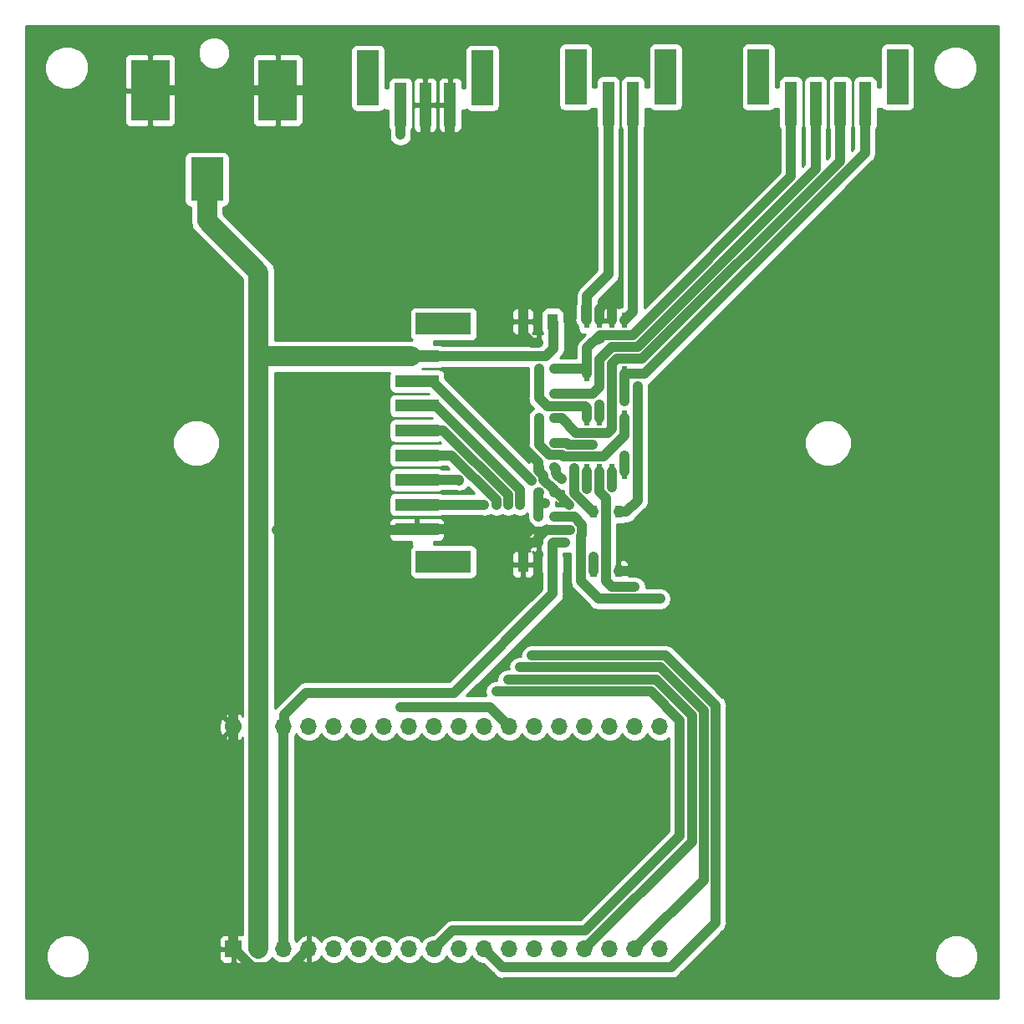
<source format=gtl>
G04 #@! TF.GenerationSoftware,KiCad,Pcbnew,(5.0.0-rc2-dev)*
G04 #@! TF.CreationDate,2018-03-07T22:42:49-08:00*
G04 #@! TF.ProjectId,makerlabs-acm-reader-lock_v1.0.0,6D616B65726C6162732D61636D2D7265,rev?*
G04 #@! TF.SameCoordinates,Original*
G04 #@! TF.FileFunction,Copper,L1,Top,Signal*
G04 #@! TF.FilePolarity,Positive*
%FSLAX46Y46*%
G04 Gerber Fmt 4.6, Leading zero omitted, Abs format (unit mm)*
G04 Created by KiCad (PCBNEW (5.0.0-rc2-dev)) date Wednesday, March 07, 2018 at 10:42:49 PM*
%MOMM*%
%LPD*%
G01*
G04 APERTURE LIST*
%ADD10R,0.800000X0.750000*%
%ADD11R,1.000000X1.600000*%
%ADD12R,0.800000X1.200000*%
%ADD13R,0.600000X1.550000*%
%ADD14R,4.400000X1.200000*%
%ADD15R,5.600000X2.200000*%
%ADD16R,1.200000X4.400000*%
%ADD17R,2.200000X5.600000*%
%ADD18O,1.700000X1.700000*%
%ADD19C,1.700000*%
%ADD20R,1.700000X1.700000*%
%ADD21R,3.900000X6.200000*%
%ADD22R,3.300000X4.400000*%
%ADD23R,0.500000X0.900000*%
%ADD24C,0.800000*%
%ADD25C,1.000000*%
%ADD26C,2.000000*%
%ADD27C,0.254000*%
G04 APERTURE END LIST*
D10*
X162700000Y-103100000D03*
X164200000Y-103100000D03*
X162700000Y-82900000D03*
X164200000Y-82900000D03*
X164250000Y-95500000D03*
X162750000Y-95500000D03*
D11*
X164100000Y-105300000D03*
X161100000Y-105300000D03*
X164100000Y-80700000D03*
X161100000Y-80700000D03*
D12*
X170770000Y-100000000D03*
X170770000Y-106000000D03*
X168230000Y-106000000D03*
X168230000Y-100000000D03*
D13*
X171405000Y-95900000D03*
X170135000Y-95900000D03*
X168865000Y-95900000D03*
X167595000Y-95900000D03*
X167595000Y-90500000D03*
X168865000Y-90500000D03*
X170135000Y-90500000D03*
X171405000Y-90500000D03*
X167595000Y-86000000D03*
X168865000Y-86000000D03*
X170135000Y-86000000D03*
X171405000Y-86000000D03*
X171405000Y-80600000D03*
X170135000Y-80600000D03*
X168865000Y-80600000D03*
X167595000Y-80600000D03*
D14*
X150350000Y-91750000D03*
X150350000Y-89250000D03*
X150350000Y-86750000D03*
X150350000Y-94250000D03*
X150350000Y-96750000D03*
X150350000Y-99250000D03*
X150350000Y-101750000D03*
X150350000Y-84250000D03*
D15*
X153050000Y-105050000D03*
X153050000Y-80950000D03*
D16*
X172250000Y-58650000D03*
X169750000Y-58650000D03*
D17*
X175550000Y-55950000D03*
X166450000Y-55950000D03*
X184950000Y-55950000D03*
X199050000Y-55950000D03*
D16*
X188250000Y-58650000D03*
X190750000Y-58650000D03*
X193250000Y-58650000D03*
X195750000Y-58650000D03*
D18*
X174980000Y-121750000D03*
X172440000Y-121750000D03*
X169900000Y-121750000D03*
X167360000Y-121750000D03*
X164820000Y-121750000D03*
X162280000Y-121750000D03*
X159740000Y-121750000D03*
X157200000Y-121750000D03*
X154660000Y-121750000D03*
X152120000Y-121750000D03*
X149580000Y-121750000D03*
X147040000Y-121750000D03*
X144500000Y-121750000D03*
X141960000Y-121750000D03*
X139420000Y-121750000D03*
X136880000Y-121750000D03*
X134340000Y-121750000D03*
D19*
X131800000Y-121750000D03*
D20*
X131800000Y-144250000D03*
D18*
X134340000Y-144250000D03*
X136880000Y-144250000D03*
X139420000Y-144250000D03*
X141960000Y-144250000D03*
X144500000Y-144250000D03*
X147040000Y-144250000D03*
X149580000Y-144250000D03*
X152120000Y-144250000D03*
X154660000Y-144250000D03*
X157200000Y-144250000D03*
X159740000Y-144250000D03*
X162280000Y-144250000D03*
X164820000Y-144250000D03*
X167360000Y-144250000D03*
X169900000Y-144250000D03*
X172440000Y-144250000D03*
X174980000Y-144250000D03*
D21*
X123350000Y-57300000D03*
X136250000Y-57300000D03*
D22*
X129100000Y-66300000D03*
D23*
X164250000Y-100500000D03*
X162750000Y-100500000D03*
X164250000Y-98000000D03*
X162750000Y-98000000D03*
X164250000Y-85500000D03*
X162750000Y-85500000D03*
X164250000Y-90500000D03*
X162750000Y-90500000D03*
X162750000Y-88000000D03*
X164250000Y-88000000D03*
X162750000Y-93000000D03*
X164250000Y-93000000D03*
D17*
X145400000Y-56050000D03*
X157000000Y-56050000D03*
D16*
X148700000Y-58750000D03*
X151200000Y-58750000D03*
X153700000Y-58750000D03*
D24*
X165400000Y-103100000D03*
X165002930Y-96700000D03*
X171400000Y-94300000D03*
X161250000Y-93550008D03*
X165900000Y-99400000D03*
X165900000Y-101800000D03*
X161100000Y-79000000D03*
X167600000Y-97700000D03*
X172400000Y-106000000D03*
X136200000Y-101800000D03*
X131800000Y-101800000D03*
X169500000Y-79000000D03*
X157200000Y-99300004D03*
X154650000Y-96800000D03*
X158400000Y-118199998D03*
X158400000Y-99300000D03*
X162000000Y-114550000D03*
X162000000Y-96799992D03*
X160800000Y-115750000D03*
X160800000Y-99300000D03*
X159600000Y-116999992D03*
X159600000Y-99300000D03*
X172700000Y-87300000D03*
X172250000Y-79755000D03*
X166300000Y-95600000D03*
X167500000Y-79249998D03*
X168900000Y-89100000D03*
X168900000Y-82399986D03*
X175000000Y-108800000D03*
X170100002Y-97500000D03*
X172400000Y-107600000D03*
X168200000Y-93200000D03*
X171400000Y-88800000D03*
X163300000Y-99100000D03*
X168250000Y-104500000D03*
X148700000Y-61800000D03*
X148700000Y-119750000D03*
D25*
X164100000Y-105300000D02*
X164100000Y-108300000D01*
X139150000Y-118300000D02*
X136900000Y-120550000D01*
X164100000Y-108300000D02*
X154100000Y-118300000D01*
X154100000Y-118300000D02*
X139150000Y-118300000D01*
X136900000Y-120550000D02*
X136900000Y-121730000D01*
X136900000Y-121730000D02*
X136880000Y-121750000D01*
X164200000Y-103100000D02*
X165400000Y-103100000D01*
X164602931Y-96300001D02*
X165002930Y-96700000D01*
X164400011Y-96097081D02*
X164602931Y-96300001D01*
X164400011Y-95650011D02*
X164400011Y-96097081D01*
X164250000Y-95500000D02*
X164400011Y-95650011D01*
X171405000Y-95900000D02*
X171405000Y-94305000D01*
X171405000Y-94305000D02*
X171400000Y-94300000D01*
X164275000Y-95500000D02*
X164250000Y-95500000D01*
X136880000Y-121750000D02*
X136880000Y-144250000D01*
X164100000Y-105300000D02*
X164100000Y-103200000D01*
X164100000Y-103200000D02*
X164200000Y-103100000D01*
X151200000Y-69100000D02*
X153700000Y-71600000D01*
X153700000Y-58750000D02*
X153700000Y-71600000D01*
X153700000Y-71600000D02*
X160700001Y-78600001D01*
X139400000Y-57300000D02*
X151200000Y-69100000D01*
X151200000Y-58750000D02*
X151200000Y-69100000D01*
X163200013Y-96302940D02*
X162700000Y-95802927D01*
X162700000Y-95802927D02*
X162700000Y-95550000D01*
X163200013Y-96750013D02*
X163200013Y-96302940D01*
X164250000Y-98000000D02*
X164250000Y-97800000D01*
X164250000Y-97800000D02*
X163200013Y-96750013D01*
X161649999Y-93950007D02*
X161250000Y-93550008D01*
X162700000Y-95000008D02*
X161649999Y-93950007D01*
X162700000Y-95550000D02*
X162700000Y-95000008D01*
X163852929Y-101799999D02*
X165300000Y-101799999D01*
X162700000Y-102564998D02*
X163464999Y-101799999D01*
X163464999Y-101799999D02*
X163852929Y-101799999D01*
X165300000Y-101799999D02*
X165899999Y-101799999D01*
X162700000Y-103100000D02*
X162700000Y-102564998D01*
X165899999Y-101799999D02*
X165900000Y-101800000D01*
X136250000Y-57300000D02*
X139400000Y-57300000D01*
X160700001Y-78600001D02*
X161100000Y-79000000D01*
X161100000Y-80700000D02*
X161100000Y-79000000D01*
X164250000Y-98000000D02*
X164500000Y-98000000D01*
X164500000Y-98000000D02*
X165799990Y-99299990D01*
X165799990Y-99299990D02*
X165802920Y-99299990D01*
X167595000Y-97695000D02*
X167600000Y-97700000D01*
X167595000Y-95900000D02*
X167595000Y-97695000D01*
X162700000Y-95550000D02*
X162750000Y-95500000D01*
X172400000Y-106000000D02*
X170770000Y-106000000D01*
X136200000Y-101800000D02*
X150300000Y-101800000D01*
X150300000Y-101800000D02*
X150350000Y-101750000D01*
X131800000Y-121750000D02*
X131800000Y-101800000D01*
X131800000Y-144250000D02*
X131850000Y-144250000D01*
X131850000Y-144250000D02*
X133700000Y-146100000D01*
X133700000Y-146100000D02*
X137570000Y-146100000D01*
X138570001Y-145099999D02*
X139420000Y-144250000D01*
X137570000Y-146100000D02*
X138570001Y-145099999D01*
X131800000Y-121750000D02*
X131800000Y-144250000D01*
X169300000Y-79000000D02*
X169500000Y-79000000D01*
X168865000Y-80600000D02*
X168865000Y-79435000D01*
X168865000Y-79435000D02*
X169300000Y-79000000D01*
X169300000Y-79000000D02*
X169800000Y-79000000D01*
X169800000Y-79000000D02*
X170135000Y-79335000D01*
X170135000Y-79335000D02*
X170135000Y-80600000D01*
X136250000Y-57300000D02*
X123350000Y-57300000D01*
X150350000Y-101750000D02*
X158950000Y-101750000D01*
X158950000Y-101750000D02*
X161100000Y-103900000D01*
X161100000Y-105300000D02*
X161100000Y-103900000D01*
X161100000Y-103900000D02*
X161900000Y-103100000D01*
X161900000Y-103100000D02*
X162700000Y-103100000D01*
X162700000Y-82900000D02*
X162000000Y-82900000D01*
X162000000Y-82900000D02*
X161100000Y-82000000D01*
X161100000Y-82000000D02*
X161100000Y-80700000D01*
D26*
X134590000Y-84250000D02*
X149833998Y-84250000D01*
X134340000Y-121750000D02*
X134340000Y-144250000D01*
X134340000Y-75740000D02*
X134340000Y-121750000D01*
D25*
X134340000Y-84000000D02*
X134340000Y-76000000D01*
D26*
X129100000Y-66300000D02*
X129100000Y-70500000D01*
X129100000Y-70500000D02*
X134340000Y-75740000D01*
X134340000Y-75740000D02*
X134340000Y-76000000D01*
D25*
X164200000Y-82900000D02*
X164200000Y-83435002D01*
X164200000Y-83435002D02*
X163385002Y-84250000D01*
X163385002Y-84250000D02*
X153550000Y-84250000D01*
X153550000Y-84250000D02*
X150350000Y-84250000D01*
X134340000Y-121750000D02*
X134340000Y-84000000D01*
X150350000Y-84250000D02*
X134590000Y-84250000D01*
X134590000Y-84250000D02*
X134340000Y-84000000D01*
X164200000Y-82900000D02*
X164200000Y-80800000D01*
X164200000Y-80800000D02*
X164100000Y-80700000D01*
X150350000Y-99250000D02*
X157149996Y-99250000D01*
X157149996Y-99250000D02*
X157200000Y-99300004D01*
X154600000Y-96750000D02*
X154650000Y-96800000D01*
X150350000Y-96750000D02*
X154600000Y-96750000D01*
X158965685Y-118199998D02*
X158400000Y-118199998D01*
X177000000Y-132800000D02*
X177000000Y-121100000D01*
X177000000Y-121100000D02*
X174099998Y-118199998D01*
X167400000Y-142400000D02*
X177000000Y-132800000D01*
X153970000Y-142400000D02*
X167400000Y-142400000D01*
X152120000Y-144250000D02*
X153970000Y-142400000D01*
X174099998Y-118199998D02*
X158965685Y-118199998D01*
X153852930Y-94250000D02*
X158400000Y-98797070D01*
X158400000Y-98797070D02*
X158400000Y-99300000D01*
X150350000Y-94250000D02*
X153852930Y-94250000D01*
X180600033Y-119608820D02*
X175541213Y-114550000D01*
X176100000Y-146100000D02*
X180600033Y-141599967D01*
X157200000Y-144250000D02*
X159050000Y-146100000D01*
X162565685Y-114550000D02*
X162000000Y-114550000D01*
X159050000Y-146100000D02*
X176100000Y-146100000D01*
X175541213Y-114550000D02*
X162565685Y-114550000D01*
X180600033Y-141599967D02*
X180600033Y-119608820D01*
X151950000Y-86750000D02*
X161999992Y-96799992D01*
X150350000Y-86750000D02*
X151950000Y-86750000D01*
X161999992Y-96799992D02*
X162000000Y-96799992D01*
X161365685Y-115750000D02*
X160800000Y-115750000D01*
X179400022Y-120105880D02*
X175044142Y-115750000D01*
X179400022Y-137289978D02*
X179400022Y-120105880D01*
X175044142Y-115750000D02*
X161365685Y-115750000D01*
X172440000Y-144250000D02*
X179400022Y-137289978D01*
X150350000Y-89250000D02*
X152250000Y-89250000D01*
X160800000Y-97800000D02*
X160800000Y-98734315D01*
X152250000Y-89250000D02*
X160800000Y-97800000D01*
X160800000Y-98734315D02*
X160800000Y-99300000D01*
X160165685Y-116999992D02*
X159600000Y-116999992D01*
X174597063Y-116999992D02*
X160165685Y-116999992D01*
X178200011Y-133409989D02*
X178200011Y-120602940D01*
X178200011Y-120602940D02*
X174597063Y-116999992D01*
X167360000Y-144250000D02*
X178200011Y-133409989D01*
X159600000Y-98300000D02*
X159600000Y-98734315D01*
X153050000Y-91750000D02*
X159600000Y-98300000D01*
X150350000Y-91750000D02*
X153050000Y-91750000D01*
X159600000Y-98734315D02*
X159600000Y-99300000D01*
X170770000Y-100000000D02*
X171550000Y-100000000D01*
X171550000Y-100000000D02*
X172700000Y-98850000D01*
X172700000Y-98850000D02*
X172700000Y-87865685D01*
X172700000Y-87865685D02*
X172700000Y-87300000D01*
X172250000Y-58650000D02*
X172250000Y-79755000D01*
X172250000Y-79755000D02*
X171405000Y-80600000D01*
X168230000Y-100000000D02*
X168200000Y-100000000D01*
X168200000Y-100000000D02*
X166300000Y-98100000D01*
X166300000Y-98100000D02*
X166300000Y-96165685D01*
X166300000Y-96165685D02*
X166300000Y-95600000D01*
X167500000Y-79815683D02*
X167500000Y-79249998D01*
X167500000Y-80505000D02*
X167500000Y-79815683D01*
X167595000Y-80600000D02*
X167500000Y-80505000D01*
X167595000Y-80600000D02*
X167595000Y-78105000D01*
X167595000Y-78105000D02*
X169750000Y-75950000D01*
X169750000Y-75950000D02*
X169750000Y-58650000D01*
X172200011Y-82099989D02*
X188250000Y-66050000D01*
X188250000Y-61850000D02*
X188250000Y-58650000D01*
X168900011Y-82099989D02*
X172200011Y-82099989D01*
X167595000Y-83405000D02*
X168900011Y-82099989D01*
X188250000Y-66050000D02*
X188250000Y-61850000D01*
X168799987Y-82499999D02*
X168900000Y-82399986D01*
X168499999Y-82499999D02*
X168799987Y-82499999D01*
X167595000Y-86000000D02*
X167595000Y-83405000D01*
X167595000Y-86000000D02*
X167595000Y-85500000D01*
X167595000Y-85500000D02*
X167595000Y-85000000D01*
X164250000Y-85500000D02*
X167595000Y-85500000D01*
X167595000Y-85000000D02*
X167595000Y-83405000D01*
X168865000Y-90500000D02*
X168865000Y-89152070D01*
X164250000Y-88000000D02*
X168200000Y-88000000D01*
X168200000Y-88000000D02*
X168865000Y-87335000D01*
X168865000Y-87335000D02*
X168865000Y-86000000D01*
X190750000Y-65247071D02*
X190750000Y-61850000D01*
X168865000Y-84582071D02*
X170147071Y-83300000D01*
X168865000Y-86000000D02*
X168865000Y-84582071D01*
X190750000Y-61850000D02*
X190750000Y-58650000D01*
X170147071Y-83300000D02*
X172697071Y-83300000D01*
X172697071Y-83300000D02*
X190750000Y-65247071D01*
X168769998Y-108800000D02*
X174434315Y-108800000D01*
X167100009Y-102297061D02*
X167000000Y-102397070D01*
X164250000Y-100500000D02*
X166297071Y-100500000D01*
X174434315Y-108800000D02*
X175000000Y-108800000D01*
X167000000Y-102397070D02*
X167000000Y-107030002D01*
X167100010Y-101302939D02*
X167100009Y-102297061D01*
X166297071Y-100500000D02*
X167100010Y-101302939D01*
X167000000Y-107030002D02*
X168769998Y-108800000D01*
X170100002Y-96934315D02*
X170100002Y-97500000D01*
X170135000Y-95900000D02*
X170100002Y-95934998D01*
X170100002Y-95934998D02*
X170100002Y-96934315D01*
X170100000Y-107600000D02*
X171834315Y-107600000D01*
X168865000Y-95900000D02*
X168865000Y-97962071D01*
X171834315Y-107600000D02*
X172400000Y-107600000D01*
X169500000Y-107000000D02*
X170100000Y-107600000D01*
X169500000Y-98597071D02*
X169500000Y-107000000D01*
X168865000Y-97962071D02*
X169500000Y-98597071D01*
X170644131Y-84500011D02*
X173194131Y-84500011D01*
X173194131Y-84500011D02*
X193250000Y-64444142D01*
X193250000Y-64444142D02*
X193250000Y-61850000D01*
X193250000Y-61850000D02*
X193250000Y-58650000D01*
X170135000Y-85009142D02*
X170644131Y-84500011D01*
X170135000Y-86000000D02*
X170135000Y-85009142D01*
X164250000Y-90500000D02*
X165000000Y-90500000D01*
X165000000Y-90500000D02*
X166475001Y-91975001D01*
X166475001Y-91975001D02*
X169725001Y-91975001D01*
X169725001Y-91975001D02*
X170135000Y-91565002D01*
X170135000Y-91565002D02*
X170135000Y-90500000D01*
X170135000Y-86000000D02*
X170135000Y-89693004D01*
X170135000Y-89693004D02*
X170135000Y-90500000D01*
X167634315Y-93200000D02*
X168200000Y-93200000D01*
X164250000Y-93000000D02*
X165500000Y-93000000D01*
X165699978Y-93199978D02*
X167634293Y-93199978D01*
X167634293Y-93199978D02*
X167634315Y-93200000D01*
X165500000Y-93000000D02*
X165699978Y-93199978D01*
X171405000Y-88795000D02*
X171400000Y-88800000D01*
X171405000Y-86000000D02*
X171405000Y-88795000D01*
X195750000Y-61850000D02*
X195750000Y-58650000D01*
X171405000Y-86000000D02*
X173391213Y-86000000D01*
X173391213Y-86000000D02*
X195750000Y-63641213D01*
X195750000Y-63641213D02*
X195750000Y-61850000D01*
X162700000Y-100450000D02*
X162700000Y-99100000D01*
X162700000Y-99100000D02*
X162700000Y-98050000D01*
X162734315Y-99100000D02*
X162700000Y-99100000D01*
X163300000Y-99100000D02*
X162734315Y-99100000D01*
X162700000Y-98050000D02*
X162750000Y-98000000D01*
X168250000Y-104500000D02*
X168250000Y-105980000D01*
X168250000Y-105980000D02*
X168230000Y-106000000D01*
X162750000Y-88000000D02*
X162750000Y-88460002D01*
X163589988Y-89299990D02*
X167399990Y-89299990D01*
X167595000Y-89495000D02*
X167595000Y-90500000D01*
X162750000Y-88460002D02*
X163589988Y-89299990D01*
X167399990Y-89299990D02*
X167595000Y-89495000D01*
X162750000Y-85500000D02*
X162750000Y-88000000D01*
X162750000Y-93000000D02*
X162750000Y-93197071D01*
X163752940Y-94200011D02*
X165002940Y-94200011D01*
X169279989Y-94400011D02*
X171405000Y-92275000D01*
X166697082Y-94400011D02*
X169279989Y-94400011D01*
X162750000Y-93197071D02*
X163752940Y-94200011D01*
X166697060Y-94399989D02*
X166697082Y-94400011D01*
X165002940Y-94200011D02*
X165202918Y-94399989D01*
X165202918Y-94399989D02*
X166697060Y-94399989D01*
X171405000Y-92275000D02*
X171405000Y-90500000D01*
X162750000Y-93000000D02*
X162750000Y-90500000D01*
X148700000Y-61800000D02*
X148700000Y-58750000D01*
X159740000Y-121750000D02*
X157740000Y-119750000D01*
X157740000Y-119750000D02*
X148700000Y-119750000D01*
D27*
G36*
X209265001Y-149265000D02*
X110735000Y-149265000D01*
X110735000Y-144555431D01*
X112765000Y-144555431D01*
X112765000Y-145444569D01*
X113105259Y-146266026D01*
X113733974Y-146894741D01*
X114555431Y-147235000D01*
X115444569Y-147235000D01*
X116266026Y-146894741D01*
X116894741Y-146266026D01*
X117235000Y-145444569D01*
X117235000Y-144555431D01*
X117226848Y-144535750D01*
X130315000Y-144535750D01*
X130315000Y-145226309D01*
X130411673Y-145459698D01*
X130590301Y-145638327D01*
X130823690Y-145735000D01*
X131514250Y-145735000D01*
X131673000Y-145576250D01*
X131673000Y-144377000D01*
X130473750Y-144377000D01*
X130315000Y-144535750D01*
X117226848Y-144535750D01*
X116894741Y-143733974D01*
X116434458Y-143273691D01*
X130315000Y-143273691D01*
X130315000Y-143964250D01*
X130473750Y-144123000D01*
X131673000Y-144123000D01*
X131673000Y-142923750D01*
X131514250Y-142765000D01*
X130823690Y-142765000D01*
X130590301Y-142861673D01*
X130411673Y-143040302D01*
X130315000Y-143273691D01*
X116434458Y-143273691D01*
X116266026Y-143105259D01*
X115444569Y-142765000D01*
X114555431Y-142765000D01*
X113733974Y-143105259D01*
X113105259Y-143733974D01*
X112765000Y-144555431D01*
X110735000Y-144555431D01*
X110735000Y-121521279D01*
X130303282Y-121521279D01*
X130329685Y-122111458D01*
X130504741Y-122534080D01*
X130756042Y-122614353D01*
X131620395Y-121750000D01*
X130756042Y-120885647D01*
X130504741Y-120965920D01*
X130303282Y-121521279D01*
X110735000Y-121521279D01*
X110735000Y-92525594D01*
X125615000Y-92525594D01*
X125615000Y-93474406D01*
X125978095Y-94350994D01*
X126649006Y-95021905D01*
X127525594Y-95385000D01*
X128474406Y-95385000D01*
X129350994Y-95021905D01*
X130021905Y-94350994D01*
X130385000Y-93474406D01*
X130385000Y-92525594D01*
X130021905Y-91649006D01*
X129350994Y-90978095D01*
X128474406Y-90615000D01*
X127525594Y-90615000D01*
X126649006Y-90978095D01*
X125978095Y-91649006D01*
X125615000Y-92525594D01*
X110735000Y-92525594D01*
X110735000Y-64100000D01*
X126802560Y-64100000D01*
X126802560Y-68500000D01*
X126851843Y-68747765D01*
X126992191Y-68957809D01*
X127202235Y-69098157D01*
X127450000Y-69147440D01*
X127465001Y-69147440D01*
X127465001Y-70338966D01*
X127432969Y-70500000D01*
X127559865Y-71137945D01*
X127921232Y-71678769D01*
X128057748Y-71769986D01*
X132705000Y-76417239D01*
X132705001Y-120665391D01*
X132664352Y-120706040D01*
X132584080Y-120454741D01*
X132028721Y-120253282D01*
X131438542Y-120279685D01*
X131015920Y-120454741D01*
X130935647Y-120706042D01*
X131800000Y-121570395D01*
X131814143Y-121556253D01*
X131993748Y-121735858D01*
X131979605Y-121750000D01*
X131993748Y-121764143D01*
X131814143Y-121943748D01*
X131800000Y-121929605D01*
X130935647Y-122793958D01*
X131015920Y-123045259D01*
X131571279Y-123246718D01*
X132161458Y-123220315D01*
X132584080Y-123045259D01*
X132664352Y-122793960D01*
X132705000Y-122834608D01*
X132705001Y-142765000D01*
X132085750Y-142765000D01*
X131927000Y-142923750D01*
X131927000Y-144123000D01*
X131947000Y-144123000D01*
X131947000Y-144377000D01*
X131927000Y-144377000D01*
X131927000Y-145576250D01*
X132085750Y-145735000D01*
X132776310Y-145735000D01*
X133009699Y-145638327D01*
X133188327Y-145459698D01*
X133192488Y-145449653D01*
X133702056Y-145790136D01*
X134340000Y-145917031D01*
X134977945Y-145790136D01*
X135518769Y-145428769D01*
X135700202Y-145157236D01*
X135809375Y-145320625D01*
X136300582Y-145648839D01*
X136733744Y-145735000D01*
X137026256Y-145735000D01*
X137459418Y-145648839D01*
X137950625Y-145320625D01*
X138163843Y-145001522D01*
X138224817Y-145131358D01*
X138653076Y-145521645D01*
X139063110Y-145691476D01*
X139293000Y-145570155D01*
X139293000Y-144377000D01*
X139273000Y-144377000D01*
X139273000Y-144123000D01*
X139293000Y-144123000D01*
X139293000Y-142929845D01*
X139063110Y-142808524D01*
X138653076Y-142978355D01*
X138224817Y-143368642D01*
X138163843Y-143498478D01*
X138015000Y-143275719D01*
X138015000Y-122724281D01*
X138150000Y-122522239D01*
X138349375Y-122820625D01*
X138840582Y-123148839D01*
X139273744Y-123235000D01*
X139566256Y-123235000D01*
X139999418Y-123148839D01*
X140490625Y-122820625D01*
X140690000Y-122522239D01*
X140889375Y-122820625D01*
X141380582Y-123148839D01*
X141813744Y-123235000D01*
X142106256Y-123235000D01*
X142539418Y-123148839D01*
X143030625Y-122820625D01*
X143230000Y-122522239D01*
X143429375Y-122820625D01*
X143920582Y-123148839D01*
X144353744Y-123235000D01*
X144646256Y-123235000D01*
X145079418Y-123148839D01*
X145570625Y-122820625D01*
X145770000Y-122522239D01*
X145969375Y-122820625D01*
X146460582Y-123148839D01*
X146893744Y-123235000D01*
X147186256Y-123235000D01*
X147619418Y-123148839D01*
X148110625Y-122820625D01*
X148310000Y-122522239D01*
X148509375Y-122820625D01*
X149000582Y-123148839D01*
X149433744Y-123235000D01*
X149726256Y-123235000D01*
X150159418Y-123148839D01*
X150650625Y-122820625D01*
X150850000Y-122522239D01*
X151049375Y-122820625D01*
X151540582Y-123148839D01*
X151973744Y-123235000D01*
X152266256Y-123235000D01*
X152699418Y-123148839D01*
X153190625Y-122820625D01*
X153390000Y-122522239D01*
X153589375Y-122820625D01*
X154080582Y-123148839D01*
X154513744Y-123235000D01*
X154806256Y-123235000D01*
X155239418Y-123148839D01*
X155730625Y-122820625D01*
X155930000Y-122522239D01*
X156129375Y-122820625D01*
X156620582Y-123148839D01*
X157053744Y-123235000D01*
X157346256Y-123235000D01*
X157779418Y-123148839D01*
X158270625Y-122820625D01*
X158470000Y-122522239D01*
X158669375Y-122820625D01*
X159160582Y-123148839D01*
X159593744Y-123235000D01*
X159886256Y-123235000D01*
X160319418Y-123148839D01*
X160810625Y-122820625D01*
X161010000Y-122522239D01*
X161209375Y-122820625D01*
X161700582Y-123148839D01*
X162133744Y-123235000D01*
X162426256Y-123235000D01*
X162859418Y-123148839D01*
X163350625Y-122820625D01*
X163550000Y-122522239D01*
X163749375Y-122820625D01*
X164240582Y-123148839D01*
X164673744Y-123235000D01*
X164966256Y-123235000D01*
X165399418Y-123148839D01*
X165890625Y-122820625D01*
X166090000Y-122522239D01*
X166289375Y-122820625D01*
X166780582Y-123148839D01*
X167213744Y-123235000D01*
X167506256Y-123235000D01*
X167939418Y-123148839D01*
X168430625Y-122820625D01*
X168630000Y-122522239D01*
X168829375Y-122820625D01*
X169320582Y-123148839D01*
X169753744Y-123235000D01*
X170046256Y-123235000D01*
X170479418Y-123148839D01*
X170970625Y-122820625D01*
X171170000Y-122522239D01*
X171369375Y-122820625D01*
X171860582Y-123148839D01*
X172293744Y-123235000D01*
X172586256Y-123235000D01*
X173019418Y-123148839D01*
X173510625Y-122820625D01*
X173710000Y-122522239D01*
X173909375Y-122820625D01*
X174400582Y-123148839D01*
X174833744Y-123235000D01*
X175126256Y-123235000D01*
X175559418Y-123148839D01*
X175865001Y-122944655D01*
X175865000Y-132329868D01*
X166929869Y-141265000D01*
X154081782Y-141265000D01*
X153969999Y-141242765D01*
X153527145Y-141330854D01*
X153151711Y-141581711D01*
X153088389Y-141676479D01*
X151999869Y-142765000D01*
X151973744Y-142765000D01*
X151540582Y-142851161D01*
X151049375Y-143179375D01*
X150850000Y-143477761D01*
X150650625Y-143179375D01*
X150159418Y-142851161D01*
X149726256Y-142765000D01*
X149433744Y-142765000D01*
X149000582Y-142851161D01*
X148509375Y-143179375D01*
X148310000Y-143477761D01*
X148110625Y-143179375D01*
X147619418Y-142851161D01*
X147186256Y-142765000D01*
X146893744Y-142765000D01*
X146460582Y-142851161D01*
X145969375Y-143179375D01*
X145770000Y-143477761D01*
X145570625Y-143179375D01*
X145079418Y-142851161D01*
X144646256Y-142765000D01*
X144353744Y-142765000D01*
X143920582Y-142851161D01*
X143429375Y-143179375D01*
X143230000Y-143477761D01*
X143030625Y-143179375D01*
X142539418Y-142851161D01*
X142106256Y-142765000D01*
X141813744Y-142765000D01*
X141380582Y-142851161D01*
X140889375Y-143179375D01*
X140676157Y-143498478D01*
X140615183Y-143368642D01*
X140186924Y-142978355D01*
X139776890Y-142808524D01*
X139547000Y-142929845D01*
X139547000Y-144123000D01*
X139567000Y-144123000D01*
X139567000Y-144377000D01*
X139547000Y-144377000D01*
X139547000Y-145570155D01*
X139776890Y-145691476D01*
X140186924Y-145521645D01*
X140615183Y-145131358D01*
X140676157Y-145001522D01*
X140889375Y-145320625D01*
X141380582Y-145648839D01*
X141813744Y-145735000D01*
X142106256Y-145735000D01*
X142539418Y-145648839D01*
X143030625Y-145320625D01*
X143230000Y-145022239D01*
X143429375Y-145320625D01*
X143920582Y-145648839D01*
X144353744Y-145735000D01*
X144646256Y-145735000D01*
X145079418Y-145648839D01*
X145570625Y-145320625D01*
X145770000Y-145022239D01*
X145969375Y-145320625D01*
X146460582Y-145648839D01*
X146893744Y-145735000D01*
X147186256Y-145735000D01*
X147619418Y-145648839D01*
X148110625Y-145320625D01*
X148310000Y-145022239D01*
X148509375Y-145320625D01*
X149000582Y-145648839D01*
X149433744Y-145735000D01*
X149726256Y-145735000D01*
X150159418Y-145648839D01*
X150650625Y-145320625D01*
X150850000Y-145022239D01*
X151049375Y-145320625D01*
X151540582Y-145648839D01*
X151973744Y-145735000D01*
X152266256Y-145735000D01*
X152699418Y-145648839D01*
X153190625Y-145320625D01*
X153390000Y-145022239D01*
X153589375Y-145320625D01*
X154080582Y-145648839D01*
X154513744Y-145735000D01*
X154806256Y-145735000D01*
X155239418Y-145648839D01*
X155730625Y-145320625D01*
X155930000Y-145022239D01*
X156129375Y-145320625D01*
X156620582Y-145648839D01*
X157053744Y-145735000D01*
X157079869Y-145735000D01*
X158168389Y-146823521D01*
X158231711Y-146918289D01*
X158607145Y-147169146D01*
X159049999Y-147257235D01*
X159161782Y-147235000D01*
X175988217Y-147235000D01*
X176100000Y-147257235D01*
X176211783Y-147235000D01*
X176542855Y-147169146D01*
X176918289Y-146918289D01*
X176981613Y-146823518D01*
X179249700Y-144555431D01*
X202765000Y-144555431D01*
X202765000Y-145444569D01*
X203105259Y-146266026D01*
X203733974Y-146894741D01*
X204555431Y-147235000D01*
X205444569Y-147235000D01*
X206266026Y-146894741D01*
X206894741Y-146266026D01*
X207235000Y-145444569D01*
X207235000Y-144555431D01*
X206894741Y-143733974D01*
X206266026Y-143105259D01*
X205444569Y-142765000D01*
X204555431Y-142765000D01*
X203733974Y-143105259D01*
X203105259Y-143733974D01*
X202765000Y-144555431D01*
X179249700Y-144555431D01*
X181323555Y-142481577D01*
X181418322Y-142418256D01*
X181669179Y-142042822D01*
X181735033Y-141711750D01*
X181735033Y-141711749D01*
X181757268Y-141599967D01*
X181735033Y-141488184D01*
X181735033Y-119720603D01*
X181757268Y-119608820D01*
X181669179Y-119165965D01*
X181610021Y-119077429D01*
X181418322Y-118790531D01*
X181323554Y-118727209D01*
X176422826Y-113826482D01*
X176359502Y-113731711D01*
X175984068Y-113480854D01*
X175652996Y-113415000D01*
X175541213Y-113392765D01*
X175429430Y-113415000D01*
X161888217Y-113415000D01*
X161557145Y-113480854D01*
X161181711Y-113731711D01*
X160930854Y-114107145D01*
X160842765Y-114550000D01*
X160855694Y-114615000D01*
X160688217Y-114615000D01*
X160357145Y-114680854D01*
X159981711Y-114931711D01*
X159730854Y-115307145D01*
X159642765Y-115750000D01*
X159665638Y-115864992D01*
X159488217Y-115864992D01*
X159157145Y-115930846D01*
X158781711Y-116181703D01*
X158530854Y-116557137D01*
X158442765Y-116999992D01*
X158455695Y-117064998D01*
X158288217Y-117064998D01*
X157957145Y-117130852D01*
X157581711Y-117381709D01*
X157330854Y-117757143D01*
X157242765Y-118199998D01*
X157325314Y-118615000D01*
X155390131Y-118615000D01*
X164823521Y-109181611D01*
X164918289Y-109118289D01*
X165169146Y-108742855D01*
X165235000Y-108411783D01*
X165257235Y-108300000D01*
X165235000Y-108188217D01*
X165235000Y-106162541D01*
X165247440Y-106100000D01*
X165247440Y-104500000D01*
X165235000Y-104437459D01*
X165235000Y-104235000D01*
X165511783Y-104235000D01*
X165842855Y-104169146D01*
X165865000Y-104154349D01*
X165865001Y-106918214D01*
X165842765Y-107030002D01*
X165930854Y-107472856D01*
X165996085Y-107570480D01*
X166181712Y-107848291D01*
X166276480Y-107911613D01*
X167888387Y-109523521D01*
X167951709Y-109618289D01*
X168276040Y-109835000D01*
X168327143Y-109869146D01*
X168769997Y-109957235D01*
X168881780Y-109935000D01*
X175111783Y-109935000D01*
X175442855Y-109869146D01*
X175818289Y-109618289D01*
X176069146Y-109242855D01*
X176157235Y-108800000D01*
X176069146Y-108357145D01*
X175818289Y-107981711D01*
X175442855Y-107730854D01*
X175111783Y-107665000D01*
X173544306Y-107665000D01*
X173557235Y-107600000D01*
X173469146Y-107157145D01*
X173218289Y-106781711D01*
X172842855Y-106530854D01*
X172511783Y-106465000D01*
X171805000Y-106465000D01*
X171805000Y-106285750D01*
X171646250Y-106127000D01*
X170897000Y-106127000D01*
X170897000Y-106147000D01*
X170643000Y-106147000D01*
X170643000Y-106127000D01*
X170635000Y-106127000D01*
X170635000Y-105873000D01*
X170643000Y-105873000D01*
X170643000Y-104923750D01*
X170897000Y-104923750D01*
X170897000Y-105873000D01*
X171646250Y-105873000D01*
X171805000Y-105714250D01*
X171805000Y-105273690D01*
X171708327Y-105040301D01*
X171529698Y-104861673D01*
X171296309Y-104765000D01*
X171055750Y-104765000D01*
X170897000Y-104923750D01*
X170643000Y-104923750D01*
X170635000Y-104915750D01*
X170635000Y-101247440D01*
X171170000Y-101247440D01*
X171417765Y-101198157D01*
X171495294Y-101146353D01*
X171550000Y-101157235D01*
X171661783Y-101135000D01*
X171992855Y-101069146D01*
X172368289Y-100818289D01*
X172431613Y-100723518D01*
X173423521Y-99731611D01*
X173518289Y-99668289D01*
X173769146Y-99292855D01*
X173808675Y-99094130D01*
X173857235Y-98850000D01*
X173835000Y-98738217D01*
X173835000Y-92525594D01*
X189615000Y-92525594D01*
X189615000Y-93474406D01*
X189978095Y-94350994D01*
X190649006Y-95021905D01*
X191525594Y-95385000D01*
X192474406Y-95385000D01*
X193350994Y-95021905D01*
X194021905Y-94350994D01*
X194385000Y-93474406D01*
X194385000Y-92525594D01*
X194021905Y-91649006D01*
X193350994Y-90978095D01*
X192474406Y-90615000D01*
X191525594Y-90615000D01*
X190649006Y-90978095D01*
X189978095Y-91649006D01*
X189615000Y-92525594D01*
X173835000Y-92525594D01*
X173835000Y-87188218D01*
X173812181Y-87073500D01*
X173834068Y-87069146D01*
X174209502Y-86818289D01*
X174272826Y-86723518D01*
X196473522Y-64522823D01*
X196568289Y-64459502D01*
X196819146Y-64084068D01*
X196885000Y-63752996D01*
X196885000Y-63752995D01*
X196907235Y-63641213D01*
X196885000Y-63529430D01*
X196885000Y-61192285D01*
X196948157Y-61097765D01*
X196997440Y-60850000D01*
X196997440Y-59185000D01*
X197375766Y-59185000D01*
X197455016Y-59152174D01*
X197492191Y-59207809D01*
X197702235Y-59348157D01*
X197950000Y-59397440D01*
X200150000Y-59397440D01*
X200397765Y-59348157D01*
X200607809Y-59207809D01*
X200748157Y-58997765D01*
X200797440Y-58750000D01*
X200797440Y-54555431D01*
X202665000Y-54555431D01*
X202665000Y-55444569D01*
X203005259Y-56266026D01*
X203633974Y-56894741D01*
X204455431Y-57235000D01*
X205344569Y-57235000D01*
X206166026Y-56894741D01*
X206794741Y-56266026D01*
X207135000Y-55444569D01*
X207135000Y-54555431D01*
X206794741Y-53733974D01*
X206166026Y-53105259D01*
X205344569Y-52765000D01*
X204455431Y-52765000D01*
X203633974Y-53105259D01*
X203005259Y-53733974D01*
X202665000Y-54555431D01*
X200797440Y-54555431D01*
X200797440Y-53150000D01*
X200748157Y-52902235D01*
X200607809Y-52692191D01*
X200397765Y-52551843D01*
X200150000Y-52502560D01*
X197950000Y-52502560D01*
X197702235Y-52551843D01*
X197492191Y-52692191D01*
X197351843Y-52902235D01*
X197302560Y-53150000D01*
X197302560Y-56915000D01*
X196997440Y-56915000D01*
X196997440Y-56450000D01*
X196948157Y-56202235D01*
X196807809Y-55992191D01*
X196597765Y-55851843D01*
X196350000Y-55802560D01*
X195150000Y-55802560D01*
X194902235Y-55851843D01*
X194692191Y-55992191D01*
X194551843Y-56202235D01*
X194502560Y-56450000D01*
X194502560Y-60850000D01*
X194551843Y-61097765D01*
X194615000Y-61192286D01*
X194615000Y-61961782D01*
X194615001Y-61961786D01*
X194615000Y-63171081D01*
X194385000Y-63401081D01*
X194385000Y-61192285D01*
X194448157Y-61097765D01*
X194497440Y-60850000D01*
X194497440Y-56450000D01*
X194448157Y-56202235D01*
X194307809Y-55992191D01*
X194097765Y-55851843D01*
X193850000Y-55802560D01*
X192650000Y-55802560D01*
X192402235Y-55851843D01*
X192192191Y-55992191D01*
X192051843Y-56202235D01*
X192002560Y-56450000D01*
X192002560Y-60850000D01*
X192051843Y-61097765D01*
X192115000Y-61192286D01*
X192115000Y-61961782D01*
X192115001Y-61961787D01*
X192115000Y-63974010D01*
X191885000Y-64204010D01*
X191885000Y-61192285D01*
X191948157Y-61097765D01*
X191997440Y-60850000D01*
X191997440Y-56450000D01*
X191948157Y-56202235D01*
X191807809Y-55992191D01*
X191597765Y-55851843D01*
X191350000Y-55802560D01*
X190150000Y-55802560D01*
X189902235Y-55851843D01*
X189692191Y-55992191D01*
X189551843Y-56202235D01*
X189502560Y-56450000D01*
X189502560Y-60850000D01*
X189551843Y-61097765D01*
X189615000Y-61192286D01*
X189615000Y-61961782D01*
X189615001Y-61961787D01*
X189615000Y-64776939D01*
X189385000Y-65006939D01*
X189385000Y-61192285D01*
X189448157Y-61097765D01*
X189497440Y-60850000D01*
X189497440Y-56450000D01*
X189448157Y-56202235D01*
X189307809Y-55992191D01*
X189097765Y-55851843D01*
X188850000Y-55802560D01*
X187650000Y-55802560D01*
X187402235Y-55851843D01*
X187192191Y-55992191D01*
X187051843Y-56202235D01*
X187002560Y-56450000D01*
X187002560Y-56915000D01*
X186697440Y-56915000D01*
X186697440Y-53150000D01*
X186648157Y-52902235D01*
X186507809Y-52692191D01*
X186297765Y-52551843D01*
X186050000Y-52502560D01*
X183850000Y-52502560D01*
X183602235Y-52551843D01*
X183392191Y-52692191D01*
X183251843Y-52902235D01*
X183202560Y-53150000D01*
X183202560Y-58750000D01*
X183251843Y-58997765D01*
X183392191Y-59207809D01*
X183602235Y-59348157D01*
X183850000Y-59397440D01*
X186050000Y-59397440D01*
X186297765Y-59348157D01*
X186507809Y-59207809D01*
X186544984Y-59152174D01*
X186624234Y-59185000D01*
X187002560Y-59185000D01*
X187002560Y-60850000D01*
X187051843Y-61097765D01*
X187115000Y-61192286D01*
X187115000Y-61961782D01*
X187115001Y-61961787D01*
X187115000Y-65579868D01*
X173385000Y-79309869D01*
X173385000Y-61192285D01*
X173448157Y-61097765D01*
X173497440Y-60850000D01*
X173497440Y-59185000D01*
X173875766Y-59185000D01*
X173955016Y-59152174D01*
X173992191Y-59207809D01*
X174202235Y-59348157D01*
X174450000Y-59397440D01*
X176650000Y-59397440D01*
X176897765Y-59348157D01*
X177107809Y-59207809D01*
X177248157Y-58997765D01*
X177297440Y-58750000D01*
X177297440Y-53150000D01*
X177248157Y-52902235D01*
X177107809Y-52692191D01*
X176897765Y-52551843D01*
X176650000Y-52502560D01*
X174450000Y-52502560D01*
X174202235Y-52551843D01*
X173992191Y-52692191D01*
X173851843Y-52902235D01*
X173802560Y-53150000D01*
X173802560Y-56915000D01*
X173497440Y-56915000D01*
X173497440Y-56450000D01*
X173448157Y-56202235D01*
X173307809Y-55992191D01*
X173097765Y-55851843D01*
X172850000Y-55802560D01*
X171650000Y-55802560D01*
X171402235Y-55851843D01*
X171192191Y-55992191D01*
X171051843Y-56202235D01*
X171002560Y-56450000D01*
X171002560Y-60850000D01*
X171051843Y-61097765D01*
X171115000Y-61192286D01*
X171115001Y-79177560D01*
X171105000Y-79177560D01*
X170857235Y-79226843D01*
X170778028Y-79279768D01*
X170561310Y-79190000D01*
X170420750Y-79190000D01*
X170262000Y-79348750D01*
X170262000Y-80473000D01*
X170273027Y-80473000D01*
X170247765Y-80600000D01*
X170273027Y-80727000D01*
X170262000Y-80727000D01*
X170262000Y-80747000D01*
X170008000Y-80747000D01*
X170008000Y-80727000D01*
X168992000Y-80727000D01*
X168992000Y-80747000D01*
X168738000Y-80747000D01*
X168738000Y-80727000D01*
X168726973Y-80727000D01*
X168730000Y-80711783D01*
X168730000Y-80711781D01*
X168752235Y-80599999D01*
X168730000Y-80488217D01*
X168730000Y-80473000D01*
X168738000Y-80473000D01*
X168738000Y-79348750D01*
X168992000Y-79348750D01*
X168992000Y-80473000D01*
X170008000Y-80473000D01*
X170008000Y-79348750D01*
X169849250Y-79190000D01*
X169708690Y-79190000D01*
X169500000Y-79276442D01*
X169291310Y-79190000D01*
X169150750Y-79190000D01*
X168992000Y-79348750D01*
X168738000Y-79348750D01*
X168730000Y-79340750D01*
X168730000Y-78575131D01*
X170473521Y-76831611D01*
X170568289Y-76768289D01*
X170819146Y-76392855D01*
X170885000Y-76061783D01*
X170885000Y-76061782D01*
X170907235Y-75950001D01*
X170885000Y-75838219D01*
X170885000Y-61192285D01*
X170948157Y-61097765D01*
X170997440Y-60850000D01*
X170997440Y-56450000D01*
X170948157Y-56202235D01*
X170807809Y-55992191D01*
X170597765Y-55851843D01*
X170350000Y-55802560D01*
X169150000Y-55802560D01*
X168902235Y-55851843D01*
X168692191Y-55992191D01*
X168551843Y-56202235D01*
X168502560Y-56450000D01*
X168502560Y-56915000D01*
X168197440Y-56915000D01*
X168197440Y-53150000D01*
X168148157Y-52902235D01*
X168007809Y-52692191D01*
X167797765Y-52551843D01*
X167550000Y-52502560D01*
X165350000Y-52502560D01*
X165102235Y-52551843D01*
X164892191Y-52692191D01*
X164751843Y-52902235D01*
X164702560Y-53150000D01*
X164702560Y-58750000D01*
X164751843Y-58997765D01*
X164892191Y-59207809D01*
X165102235Y-59348157D01*
X165350000Y-59397440D01*
X167550000Y-59397440D01*
X167797765Y-59348157D01*
X168007809Y-59207809D01*
X168044984Y-59152174D01*
X168124234Y-59185000D01*
X168502560Y-59185000D01*
X168502560Y-60850000D01*
X168551843Y-61097765D01*
X168615001Y-61192287D01*
X168615000Y-75479868D01*
X166871480Y-77223389D01*
X166776712Y-77286711D01*
X166696317Y-77407031D01*
X166525854Y-77662146D01*
X166437765Y-78105000D01*
X166460001Y-78216788D01*
X166460001Y-78763522D01*
X166430854Y-78807143D01*
X166365000Y-79138215D01*
X166365000Y-80393217D01*
X166342765Y-80505000D01*
X166399455Y-80790000D01*
X166430854Y-80947854D01*
X166647560Y-81272178D01*
X166647560Y-81375000D01*
X166696843Y-81622765D01*
X166837191Y-81832809D01*
X167047235Y-81973157D01*
X167295000Y-82022440D01*
X167372429Y-82022440D01*
X166871480Y-82523389D01*
X166776712Y-82586711D01*
X166618486Y-82823513D01*
X166525854Y-82962146D01*
X166437765Y-83405000D01*
X166460000Y-83516783D01*
X166460000Y-84365000D01*
X164875134Y-84365000D01*
X164923521Y-84316613D01*
X165018289Y-84253291D01*
X165208148Y-83969146D01*
X165269146Y-83877857D01*
X165357235Y-83435003D01*
X165335000Y-83323220D01*
X165335000Y-80911781D01*
X165357235Y-80799999D01*
X165324210Y-80633972D01*
X165269146Y-80357145D01*
X165247440Y-80324660D01*
X165247440Y-79900000D01*
X165198157Y-79652235D01*
X165057809Y-79442191D01*
X164847765Y-79301843D01*
X164600000Y-79252560D01*
X163600000Y-79252560D01*
X163352235Y-79301843D01*
X163142191Y-79442191D01*
X163001843Y-79652235D01*
X162952560Y-79900000D01*
X162952560Y-80650757D01*
X162942765Y-80700000D01*
X162952560Y-80749243D01*
X162952560Y-81500000D01*
X163001843Y-81747765D01*
X163065001Y-81842286D01*
X163065000Y-81890000D01*
X162985750Y-81890000D01*
X162827000Y-82048750D01*
X162827000Y-82773000D01*
X162847000Y-82773000D01*
X162847000Y-83027000D01*
X162827000Y-83027000D01*
X162827000Y-83047000D01*
X162573000Y-83047000D01*
X162573000Y-83027000D01*
X161823750Y-83027000D01*
X161735750Y-83115000D01*
X152892285Y-83115000D01*
X152797765Y-83051843D01*
X152550000Y-83002560D01*
X152085000Y-83002560D01*
X152085000Y-82697440D01*
X155850000Y-82697440D01*
X156097765Y-82648157D01*
X156307809Y-82507809D01*
X156448157Y-82297765D01*
X156497440Y-82050000D01*
X156497440Y-80985750D01*
X159965000Y-80985750D01*
X159965000Y-81626310D01*
X160061673Y-81859699D01*
X160240302Y-82038327D01*
X160473691Y-82135000D01*
X160814250Y-82135000D01*
X160973000Y-81976250D01*
X160973000Y-80827000D01*
X161227000Y-80827000D01*
X161227000Y-81976250D01*
X161385750Y-82135000D01*
X161726309Y-82135000D01*
X161838407Y-82088567D01*
X161761673Y-82165301D01*
X161665000Y-82398690D01*
X161665000Y-82614250D01*
X161823750Y-82773000D01*
X162573000Y-82773000D01*
X162573000Y-82048750D01*
X162414250Y-81890000D01*
X162173691Y-81890000D01*
X162061593Y-81936433D01*
X162138327Y-81859699D01*
X162235000Y-81626310D01*
X162235000Y-80985750D01*
X162076250Y-80827000D01*
X161227000Y-80827000D01*
X160973000Y-80827000D01*
X160123750Y-80827000D01*
X159965000Y-80985750D01*
X156497440Y-80985750D01*
X156497440Y-79850000D01*
X156482262Y-79773690D01*
X159965000Y-79773690D01*
X159965000Y-80414250D01*
X160123750Y-80573000D01*
X160973000Y-80573000D01*
X160973000Y-79423750D01*
X161227000Y-79423750D01*
X161227000Y-80573000D01*
X162076250Y-80573000D01*
X162235000Y-80414250D01*
X162235000Y-79773690D01*
X162138327Y-79540301D01*
X161959698Y-79361673D01*
X161726309Y-79265000D01*
X161385750Y-79265000D01*
X161227000Y-79423750D01*
X160973000Y-79423750D01*
X160814250Y-79265000D01*
X160473691Y-79265000D01*
X160240302Y-79361673D01*
X160061673Y-79540301D01*
X159965000Y-79773690D01*
X156482262Y-79773690D01*
X156448157Y-79602235D01*
X156307809Y-79392191D01*
X156097765Y-79251843D01*
X155850000Y-79202560D01*
X150250000Y-79202560D01*
X150002235Y-79251843D01*
X149792191Y-79392191D01*
X149651843Y-79602235D01*
X149602560Y-79850000D01*
X149602560Y-82050000D01*
X149651843Y-82297765D01*
X149792191Y-82507809D01*
X149847826Y-82544984D01*
X149818825Y-82615000D01*
X135975000Y-82615000D01*
X135975000Y-75901029D01*
X136007031Y-75739999D01*
X135970659Y-75557145D01*
X135880136Y-75102055D01*
X135518769Y-74561231D01*
X135382253Y-74470014D01*
X130735000Y-69822762D01*
X130735000Y-69147440D01*
X130750000Y-69147440D01*
X130997765Y-69098157D01*
X131207809Y-68957809D01*
X131348157Y-68747765D01*
X131397440Y-68500000D01*
X131397440Y-64100000D01*
X131348157Y-63852235D01*
X131207809Y-63642191D01*
X130997765Y-63501843D01*
X130750000Y-63452560D01*
X127450000Y-63452560D01*
X127202235Y-63501843D01*
X126992191Y-63642191D01*
X126851843Y-63852235D01*
X126802560Y-64100000D01*
X110735000Y-64100000D01*
X110735000Y-57585750D01*
X120765000Y-57585750D01*
X120765000Y-60526310D01*
X120861673Y-60759699D01*
X121040302Y-60938327D01*
X121273691Y-61035000D01*
X123064250Y-61035000D01*
X123223000Y-60876250D01*
X123223000Y-57427000D01*
X123477000Y-57427000D01*
X123477000Y-60876250D01*
X123635750Y-61035000D01*
X125426309Y-61035000D01*
X125659698Y-60938327D01*
X125838327Y-60759699D01*
X125935000Y-60526310D01*
X125935000Y-57585750D01*
X133665000Y-57585750D01*
X133665000Y-60526310D01*
X133761673Y-60759699D01*
X133940302Y-60938327D01*
X134173691Y-61035000D01*
X135964250Y-61035000D01*
X136123000Y-60876250D01*
X136123000Y-57427000D01*
X136377000Y-57427000D01*
X136377000Y-60876250D01*
X136535750Y-61035000D01*
X138326309Y-61035000D01*
X138559698Y-60938327D01*
X138738327Y-60759699D01*
X138835000Y-60526310D01*
X138835000Y-57585750D01*
X138676250Y-57427000D01*
X136377000Y-57427000D01*
X136123000Y-57427000D01*
X133823750Y-57427000D01*
X133665000Y-57585750D01*
X125935000Y-57585750D01*
X125776250Y-57427000D01*
X123477000Y-57427000D01*
X123223000Y-57427000D01*
X120923750Y-57427000D01*
X120765000Y-57585750D01*
X110735000Y-57585750D01*
X110735000Y-54555431D01*
X112665000Y-54555431D01*
X112665000Y-55444569D01*
X113005259Y-56266026D01*
X113633974Y-56894741D01*
X114455431Y-57235000D01*
X115344569Y-57235000D01*
X116166026Y-56894741D01*
X116794741Y-56266026D01*
X117135000Y-55444569D01*
X117135000Y-54555431D01*
X116935457Y-54073690D01*
X120765000Y-54073690D01*
X120765000Y-57014250D01*
X120923750Y-57173000D01*
X123223000Y-57173000D01*
X123223000Y-53723750D01*
X123477000Y-53723750D01*
X123477000Y-57173000D01*
X125776250Y-57173000D01*
X125935000Y-57014250D01*
X125935000Y-54073690D01*
X125838327Y-53840301D01*
X125659698Y-53661673D01*
X125426309Y-53565000D01*
X123635750Y-53565000D01*
X123477000Y-53723750D01*
X123223000Y-53723750D01*
X123064250Y-53565000D01*
X121273691Y-53565000D01*
X121040302Y-53661673D01*
X120861673Y-53840301D01*
X120765000Y-54073690D01*
X116935457Y-54073690D01*
X116794741Y-53733974D01*
X116235545Y-53174778D01*
X128165000Y-53174778D01*
X128165000Y-53825222D01*
X128413914Y-54426153D01*
X128873847Y-54886086D01*
X129474778Y-55135000D01*
X130125222Y-55135000D01*
X130726153Y-54886086D01*
X131186086Y-54426153D01*
X131332081Y-54073690D01*
X133665000Y-54073690D01*
X133665000Y-57014250D01*
X133823750Y-57173000D01*
X136123000Y-57173000D01*
X136123000Y-53723750D01*
X136377000Y-53723750D01*
X136377000Y-57173000D01*
X138676250Y-57173000D01*
X138835000Y-57014250D01*
X138835000Y-54073690D01*
X138738327Y-53840301D01*
X138559698Y-53661673D01*
X138326309Y-53565000D01*
X136535750Y-53565000D01*
X136377000Y-53723750D01*
X136123000Y-53723750D01*
X135964250Y-53565000D01*
X134173691Y-53565000D01*
X133940302Y-53661673D01*
X133761673Y-53840301D01*
X133665000Y-54073690D01*
X131332081Y-54073690D01*
X131435000Y-53825222D01*
X131435000Y-53250000D01*
X143652560Y-53250000D01*
X143652560Y-58850000D01*
X143701843Y-59097765D01*
X143842191Y-59307809D01*
X144052235Y-59448157D01*
X144300000Y-59497440D01*
X146500000Y-59497440D01*
X146747765Y-59448157D01*
X146957809Y-59307809D01*
X146994984Y-59252174D01*
X147074234Y-59285000D01*
X147452560Y-59285000D01*
X147452560Y-60950000D01*
X147501843Y-61197765D01*
X147565000Y-61292286D01*
X147565000Y-61911782D01*
X147630854Y-62242854D01*
X147881711Y-62618289D01*
X148257145Y-62869146D01*
X148700000Y-62957235D01*
X149142854Y-62869146D01*
X149518289Y-62618289D01*
X149769146Y-62242855D01*
X149835000Y-61911783D01*
X149835000Y-61292285D01*
X149898157Y-61197765D01*
X149947440Y-60950000D01*
X149947440Y-59035750D01*
X149965000Y-59035750D01*
X149965000Y-61076310D01*
X150061673Y-61309699D01*
X150240302Y-61488327D01*
X150473691Y-61585000D01*
X150914250Y-61585000D01*
X151073000Y-61426250D01*
X151073000Y-58877000D01*
X151327000Y-58877000D01*
X151327000Y-61426250D01*
X151485750Y-61585000D01*
X151926309Y-61585000D01*
X152159698Y-61488327D01*
X152338327Y-61309699D01*
X152435000Y-61076310D01*
X152435000Y-59035750D01*
X152465000Y-59035750D01*
X152465000Y-61076310D01*
X152561673Y-61309699D01*
X152740302Y-61488327D01*
X152973691Y-61585000D01*
X153414250Y-61585000D01*
X153573000Y-61426250D01*
X153573000Y-58877000D01*
X152623750Y-58877000D01*
X152465000Y-59035750D01*
X152435000Y-59035750D01*
X152276250Y-58877000D01*
X151327000Y-58877000D01*
X151073000Y-58877000D01*
X150123750Y-58877000D01*
X149965000Y-59035750D01*
X149947440Y-59035750D01*
X149947440Y-56550000D01*
X149922316Y-56423690D01*
X149965000Y-56423690D01*
X149965000Y-58464250D01*
X150123750Y-58623000D01*
X151073000Y-58623000D01*
X151073000Y-56073750D01*
X151327000Y-56073750D01*
X151327000Y-58623000D01*
X152276250Y-58623000D01*
X152435000Y-58464250D01*
X152435000Y-56423690D01*
X152465000Y-56423690D01*
X152465000Y-58464250D01*
X152623750Y-58623000D01*
X153573000Y-58623000D01*
X153573000Y-56073750D01*
X153827000Y-56073750D01*
X153827000Y-58623000D01*
X153847000Y-58623000D01*
X153847000Y-58877000D01*
X153827000Y-58877000D01*
X153827000Y-61426250D01*
X153985750Y-61585000D01*
X154426309Y-61585000D01*
X154659698Y-61488327D01*
X154838327Y-61309699D01*
X154935000Y-61076310D01*
X154935000Y-59285000D01*
X155325766Y-59285000D01*
X155405016Y-59252174D01*
X155442191Y-59307809D01*
X155652235Y-59448157D01*
X155900000Y-59497440D01*
X158100000Y-59497440D01*
X158347765Y-59448157D01*
X158557809Y-59307809D01*
X158698157Y-59097765D01*
X158747440Y-58850000D01*
X158747440Y-53250000D01*
X158698157Y-53002235D01*
X158557809Y-52792191D01*
X158347765Y-52651843D01*
X158100000Y-52602560D01*
X155900000Y-52602560D01*
X155652235Y-52651843D01*
X155442191Y-52792191D01*
X155301843Y-53002235D01*
X155252560Y-53250000D01*
X155252560Y-57015000D01*
X154935000Y-57015000D01*
X154935000Y-56423690D01*
X154838327Y-56190301D01*
X154659698Y-56011673D01*
X154426309Y-55915000D01*
X153985750Y-55915000D01*
X153827000Y-56073750D01*
X153573000Y-56073750D01*
X153414250Y-55915000D01*
X152973691Y-55915000D01*
X152740302Y-56011673D01*
X152561673Y-56190301D01*
X152465000Y-56423690D01*
X152435000Y-56423690D01*
X152338327Y-56190301D01*
X152159698Y-56011673D01*
X151926309Y-55915000D01*
X151485750Y-55915000D01*
X151327000Y-56073750D01*
X151073000Y-56073750D01*
X150914250Y-55915000D01*
X150473691Y-55915000D01*
X150240302Y-56011673D01*
X150061673Y-56190301D01*
X149965000Y-56423690D01*
X149922316Y-56423690D01*
X149898157Y-56302235D01*
X149757809Y-56092191D01*
X149547765Y-55951843D01*
X149300000Y-55902560D01*
X148100000Y-55902560D01*
X147852235Y-55951843D01*
X147642191Y-56092191D01*
X147501843Y-56302235D01*
X147452560Y-56550000D01*
X147452560Y-57015000D01*
X147147440Y-57015000D01*
X147147440Y-53250000D01*
X147098157Y-53002235D01*
X146957809Y-52792191D01*
X146747765Y-52651843D01*
X146500000Y-52602560D01*
X144300000Y-52602560D01*
X144052235Y-52651843D01*
X143842191Y-52792191D01*
X143701843Y-53002235D01*
X143652560Y-53250000D01*
X131435000Y-53250000D01*
X131435000Y-53174778D01*
X131186086Y-52573847D01*
X130726153Y-52113914D01*
X130125222Y-51865000D01*
X129474778Y-51865000D01*
X128873847Y-52113914D01*
X128413914Y-52573847D01*
X128165000Y-53174778D01*
X116235545Y-53174778D01*
X116166026Y-53105259D01*
X115344569Y-52765000D01*
X114455431Y-52765000D01*
X113633974Y-53105259D01*
X113005259Y-53733974D01*
X112665000Y-54555431D01*
X110735000Y-54555431D01*
X110735000Y-50735000D01*
X209265000Y-50735000D01*
X209265001Y-149265000D01*
X209265001Y-149265000D01*
G37*
X209265001Y-149265000D02*
X110735000Y-149265000D01*
X110735000Y-144555431D01*
X112765000Y-144555431D01*
X112765000Y-145444569D01*
X113105259Y-146266026D01*
X113733974Y-146894741D01*
X114555431Y-147235000D01*
X115444569Y-147235000D01*
X116266026Y-146894741D01*
X116894741Y-146266026D01*
X117235000Y-145444569D01*
X117235000Y-144555431D01*
X117226848Y-144535750D01*
X130315000Y-144535750D01*
X130315000Y-145226309D01*
X130411673Y-145459698D01*
X130590301Y-145638327D01*
X130823690Y-145735000D01*
X131514250Y-145735000D01*
X131673000Y-145576250D01*
X131673000Y-144377000D01*
X130473750Y-144377000D01*
X130315000Y-144535750D01*
X117226848Y-144535750D01*
X116894741Y-143733974D01*
X116434458Y-143273691D01*
X130315000Y-143273691D01*
X130315000Y-143964250D01*
X130473750Y-144123000D01*
X131673000Y-144123000D01*
X131673000Y-142923750D01*
X131514250Y-142765000D01*
X130823690Y-142765000D01*
X130590301Y-142861673D01*
X130411673Y-143040302D01*
X130315000Y-143273691D01*
X116434458Y-143273691D01*
X116266026Y-143105259D01*
X115444569Y-142765000D01*
X114555431Y-142765000D01*
X113733974Y-143105259D01*
X113105259Y-143733974D01*
X112765000Y-144555431D01*
X110735000Y-144555431D01*
X110735000Y-121521279D01*
X130303282Y-121521279D01*
X130329685Y-122111458D01*
X130504741Y-122534080D01*
X130756042Y-122614353D01*
X131620395Y-121750000D01*
X130756042Y-120885647D01*
X130504741Y-120965920D01*
X130303282Y-121521279D01*
X110735000Y-121521279D01*
X110735000Y-92525594D01*
X125615000Y-92525594D01*
X125615000Y-93474406D01*
X125978095Y-94350994D01*
X126649006Y-95021905D01*
X127525594Y-95385000D01*
X128474406Y-95385000D01*
X129350994Y-95021905D01*
X130021905Y-94350994D01*
X130385000Y-93474406D01*
X130385000Y-92525594D01*
X130021905Y-91649006D01*
X129350994Y-90978095D01*
X128474406Y-90615000D01*
X127525594Y-90615000D01*
X126649006Y-90978095D01*
X125978095Y-91649006D01*
X125615000Y-92525594D01*
X110735000Y-92525594D01*
X110735000Y-64100000D01*
X126802560Y-64100000D01*
X126802560Y-68500000D01*
X126851843Y-68747765D01*
X126992191Y-68957809D01*
X127202235Y-69098157D01*
X127450000Y-69147440D01*
X127465001Y-69147440D01*
X127465001Y-70338966D01*
X127432969Y-70500000D01*
X127559865Y-71137945D01*
X127921232Y-71678769D01*
X128057748Y-71769986D01*
X132705000Y-76417239D01*
X132705001Y-120665391D01*
X132664352Y-120706040D01*
X132584080Y-120454741D01*
X132028721Y-120253282D01*
X131438542Y-120279685D01*
X131015920Y-120454741D01*
X130935647Y-120706042D01*
X131800000Y-121570395D01*
X131814143Y-121556253D01*
X131993748Y-121735858D01*
X131979605Y-121750000D01*
X131993748Y-121764143D01*
X131814143Y-121943748D01*
X131800000Y-121929605D01*
X130935647Y-122793958D01*
X131015920Y-123045259D01*
X131571279Y-123246718D01*
X132161458Y-123220315D01*
X132584080Y-123045259D01*
X132664352Y-122793960D01*
X132705000Y-122834608D01*
X132705001Y-142765000D01*
X132085750Y-142765000D01*
X131927000Y-142923750D01*
X131927000Y-144123000D01*
X131947000Y-144123000D01*
X131947000Y-144377000D01*
X131927000Y-144377000D01*
X131927000Y-145576250D01*
X132085750Y-145735000D01*
X132776310Y-145735000D01*
X133009699Y-145638327D01*
X133188327Y-145459698D01*
X133192488Y-145449653D01*
X133702056Y-145790136D01*
X134340000Y-145917031D01*
X134977945Y-145790136D01*
X135518769Y-145428769D01*
X135700202Y-145157236D01*
X135809375Y-145320625D01*
X136300582Y-145648839D01*
X136733744Y-145735000D01*
X137026256Y-145735000D01*
X137459418Y-145648839D01*
X137950625Y-145320625D01*
X138163843Y-145001522D01*
X138224817Y-145131358D01*
X138653076Y-145521645D01*
X139063110Y-145691476D01*
X139293000Y-145570155D01*
X139293000Y-144377000D01*
X139273000Y-144377000D01*
X139273000Y-144123000D01*
X139293000Y-144123000D01*
X139293000Y-142929845D01*
X139063110Y-142808524D01*
X138653076Y-142978355D01*
X138224817Y-143368642D01*
X138163843Y-143498478D01*
X138015000Y-143275719D01*
X138015000Y-122724281D01*
X138150000Y-122522239D01*
X138349375Y-122820625D01*
X138840582Y-123148839D01*
X139273744Y-123235000D01*
X139566256Y-123235000D01*
X139999418Y-123148839D01*
X140490625Y-122820625D01*
X140690000Y-122522239D01*
X140889375Y-122820625D01*
X141380582Y-123148839D01*
X141813744Y-123235000D01*
X142106256Y-123235000D01*
X142539418Y-123148839D01*
X143030625Y-122820625D01*
X143230000Y-122522239D01*
X143429375Y-122820625D01*
X143920582Y-123148839D01*
X144353744Y-123235000D01*
X144646256Y-123235000D01*
X145079418Y-123148839D01*
X145570625Y-122820625D01*
X145770000Y-122522239D01*
X145969375Y-122820625D01*
X146460582Y-123148839D01*
X146893744Y-123235000D01*
X147186256Y-123235000D01*
X147619418Y-123148839D01*
X148110625Y-122820625D01*
X148310000Y-122522239D01*
X148509375Y-122820625D01*
X149000582Y-123148839D01*
X149433744Y-123235000D01*
X149726256Y-123235000D01*
X150159418Y-123148839D01*
X150650625Y-122820625D01*
X150850000Y-122522239D01*
X151049375Y-122820625D01*
X151540582Y-123148839D01*
X151973744Y-123235000D01*
X152266256Y-123235000D01*
X152699418Y-123148839D01*
X153190625Y-122820625D01*
X153390000Y-122522239D01*
X153589375Y-122820625D01*
X154080582Y-123148839D01*
X154513744Y-123235000D01*
X154806256Y-123235000D01*
X155239418Y-123148839D01*
X155730625Y-122820625D01*
X155930000Y-122522239D01*
X156129375Y-122820625D01*
X156620582Y-123148839D01*
X157053744Y-123235000D01*
X157346256Y-123235000D01*
X157779418Y-123148839D01*
X158270625Y-122820625D01*
X158470000Y-122522239D01*
X158669375Y-122820625D01*
X159160582Y-123148839D01*
X159593744Y-123235000D01*
X159886256Y-123235000D01*
X160319418Y-123148839D01*
X160810625Y-122820625D01*
X161010000Y-122522239D01*
X161209375Y-122820625D01*
X161700582Y-123148839D01*
X162133744Y-123235000D01*
X162426256Y-123235000D01*
X162859418Y-123148839D01*
X163350625Y-122820625D01*
X163550000Y-122522239D01*
X163749375Y-122820625D01*
X164240582Y-123148839D01*
X164673744Y-123235000D01*
X164966256Y-123235000D01*
X165399418Y-123148839D01*
X165890625Y-122820625D01*
X166090000Y-122522239D01*
X166289375Y-122820625D01*
X166780582Y-123148839D01*
X167213744Y-123235000D01*
X167506256Y-123235000D01*
X167939418Y-123148839D01*
X168430625Y-122820625D01*
X168630000Y-122522239D01*
X168829375Y-122820625D01*
X169320582Y-123148839D01*
X169753744Y-123235000D01*
X170046256Y-123235000D01*
X170479418Y-123148839D01*
X170970625Y-122820625D01*
X171170000Y-122522239D01*
X171369375Y-122820625D01*
X171860582Y-123148839D01*
X172293744Y-123235000D01*
X172586256Y-123235000D01*
X173019418Y-123148839D01*
X173510625Y-122820625D01*
X173710000Y-122522239D01*
X173909375Y-122820625D01*
X174400582Y-123148839D01*
X174833744Y-123235000D01*
X175126256Y-123235000D01*
X175559418Y-123148839D01*
X175865001Y-122944655D01*
X175865000Y-132329868D01*
X166929869Y-141265000D01*
X154081782Y-141265000D01*
X153969999Y-141242765D01*
X153527145Y-141330854D01*
X153151711Y-141581711D01*
X153088389Y-141676479D01*
X151999869Y-142765000D01*
X151973744Y-142765000D01*
X151540582Y-142851161D01*
X151049375Y-143179375D01*
X150850000Y-143477761D01*
X150650625Y-143179375D01*
X150159418Y-142851161D01*
X149726256Y-142765000D01*
X149433744Y-142765000D01*
X149000582Y-142851161D01*
X148509375Y-143179375D01*
X148310000Y-143477761D01*
X148110625Y-143179375D01*
X147619418Y-142851161D01*
X147186256Y-142765000D01*
X146893744Y-142765000D01*
X146460582Y-142851161D01*
X145969375Y-143179375D01*
X145770000Y-143477761D01*
X145570625Y-143179375D01*
X145079418Y-142851161D01*
X144646256Y-142765000D01*
X144353744Y-142765000D01*
X143920582Y-142851161D01*
X143429375Y-143179375D01*
X143230000Y-143477761D01*
X143030625Y-143179375D01*
X142539418Y-142851161D01*
X142106256Y-142765000D01*
X141813744Y-142765000D01*
X141380582Y-142851161D01*
X140889375Y-143179375D01*
X140676157Y-143498478D01*
X140615183Y-143368642D01*
X140186924Y-142978355D01*
X139776890Y-142808524D01*
X139547000Y-142929845D01*
X139547000Y-144123000D01*
X139567000Y-144123000D01*
X139567000Y-144377000D01*
X139547000Y-144377000D01*
X139547000Y-145570155D01*
X139776890Y-145691476D01*
X140186924Y-145521645D01*
X140615183Y-145131358D01*
X140676157Y-145001522D01*
X140889375Y-145320625D01*
X141380582Y-145648839D01*
X141813744Y-145735000D01*
X142106256Y-145735000D01*
X142539418Y-145648839D01*
X143030625Y-145320625D01*
X143230000Y-145022239D01*
X143429375Y-145320625D01*
X143920582Y-145648839D01*
X144353744Y-145735000D01*
X144646256Y-145735000D01*
X145079418Y-145648839D01*
X145570625Y-145320625D01*
X145770000Y-145022239D01*
X145969375Y-145320625D01*
X146460582Y-145648839D01*
X146893744Y-145735000D01*
X147186256Y-145735000D01*
X147619418Y-145648839D01*
X148110625Y-145320625D01*
X148310000Y-145022239D01*
X148509375Y-145320625D01*
X149000582Y-145648839D01*
X149433744Y-145735000D01*
X149726256Y-145735000D01*
X150159418Y-145648839D01*
X150650625Y-145320625D01*
X150850000Y-145022239D01*
X151049375Y-145320625D01*
X151540582Y-145648839D01*
X151973744Y-145735000D01*
X152266256Y-145735000D01*
X152699418Y-145648839D01*
X153190625Y-145320625D01*
X153390000Y-145022239D01*
X153589375Y-145320625D01*
X154080582Y-145648839D01*
X154513744Y-145735000D01*
X154806256Y-145735000D01*
X155239418Y-145648839D01*
X155730625Y-145320625D01*
X155930000Y-145022239D01*
X156129375Y-145320625D01*
X156620582Y-145648839D01*
X157053744Y-145735000D01*
X157079869Y-145735000D01*
X158168389Y-146823521D01*
X158231711Y-146918289D01*
X158607145Y-147169146D01*
X159049999Y-147257235D01*
X159161782Y-147235000D01*
X175988217Y-147235000D01*
X176100000Y-147257235D01*
X176211783Y-147235000D01*
X176542855Y-147169146D01*
X176918289Y-146918289D01*
X176981613Y-146823518D01*
X179249700Y-144555431D01*
X202765000Y-144555431D01*
X202765000Y-145444569D01*
X203105259Y-146266026D01*
X203733974Y-146894741D01*
X204555431Y-147235000D01*
X205444569Y-147235000D01*
X206266026Y-146894741D01*
X206894741Y-146266026D01*
X207235000Y-145444569D01*
X207235000Y-144555431D01*
X206894741Y-143733974D01*
X206266026Y-143105259D01*
X205444569Y-142765000D01*
X204555431Y-142765000D01*
X203733974Y-143105259D01*
X203105259Y-143733974D01*
X202765000Y-144555431D01*
X179249700Y-144555431D01*
X181323555Y-142481577D01*
X181418322Y-142418256D01*
X181669179Y-142042822D01*
X181735033Y-141711750D01*
X181735033Y-141711749D01*
X181757268Y-141599967D01*
X181735033Y-141488184D01*
X181735033Y-119720603D01*
X181757268Y-119608820D01*
X181669179Y-119165965D01*
X181610021Y-119077429D01*
X181418322Y-118790531D01*
X181323554Y-118727209D01*
X176422826Y-113826482D01*
X176359502Y-113731711D01*
X175984068Y-113480854D01*
X175652996Y-113415000D01*
X175541213Y-113392765D01*
X175429430Y-113415000D01*
X161888217Y-113415000D01*
X161557145Y-113480854D01*
X161181711Y-113731711D01*
X160930854Y-114107145D01*
X160842765Y-114550000D01*
X160855694Y-114615000D01*
X160688217Y-114615000D01*
X160357145Y-114680854D01*
X159981711Y-114931711D01*
X159730854Y-115307145D01*
X159642765Y-115750000D01*
X159665638Y-115864992D01*
X159488217Y-115864992D01*
X159157145Y-115930846D01*
X158781711Y-116181703D01*
X158530854Y-116557137D01*
X158442765Y-116999992D01*
X158455695Y-117064998D01*
X158288217Y-117064998D01*
X157957145Y-117130852D01*
X157581711Y-117381709D01*
X157330854Y-117757143D01*
X157242765Y-118199998D01*
X157325314Y-118615000D01*
X155390131Y-118615000D01*
X164823521Y-109181611D01*
X164918289Y-109118289D01*
X165169146Y-108742855D01*
X165235000Y-108411783D01*
X165257235Y-108300000D01*
X165235000Y-108188217D01*
X165235000Y-106162541D01*
X165247440Y-106100000D01*
X165247440Y-104500000D01*
X165235000Y-104437459D01*
X165235000Y-104235000D01*
X165511783Y-104235000D01*
X165842855Y-104169146D01*
X165865000Y-104154349D01*
X165865001Y-106918214D01*
X165842765Y-107030002D01*
X165930854Y-107472856D01*
X165996085Y-107570480D01*
X166181712Y-107848291D01*
X166276480Y-107911613D01*
X167888387Y-109523521D01*
X167951709Y-109618289D01*
X168276040Y-109835000D01*
X168327143Y-109869146D01*
X168769997Y-109957235D01*
X168881780Y-109935000D01*
X175111783Y-109935000D01*
X175442855Y-109869146D01*
X175818289Y-109618289D01*
X176069146Y-109242855D01*
X176157235Y-108800000D01*
X176069146Y-108357145D01*
X175818289Y-107981711D01*
X175442855Y-107730854D01*
X175111783Y-107665000D01*
X173544306Y-107665000D01*
X173557235Y-107600000D01*
X173469146Y-107157145D01*
X173218289Y-106781711D01*
X172842855Y-106530854D01*
X172511783Y-106465000D01*
X171805000Y-106465000D01*
X171805000Y-106285750D01*
X171646250Y-106127000D01*
X170897000Y-106127000D01*
X170897000Y-106147000D01*
X170643000Y-106147000D01*
X170643000Y-106127000D01*
X170635000Y-106127000D01*
X170635000Y-105873000D01*
X170643000Y-105873000D01*
X170643000Y-104923750D01*
X170897000Y-104923750D01*
X170897000Y-105873000D01*
X171646250Y-105873000D01*
X171805000Y-105714250D01*
X171805000Y-105273690D01*
X171708327Y-105040301D01*
X171529698Y-104861673D01*
X171296309Y-104765000D01*
X171055750Y-104765000D01*
X170897000Y-104923750D01*
X170643000Y-104923750D01*
X170635000Y-104915750D01*
X170635000Y-101247440D01*
X171170000Y-101247440D01*
X171417765Y-101198157D01*
X171495294Y-101146353D01*
X171550000Y-101157235D01*
X171661783Y-101135000D01*
X171992855Y-101069146D01*
X172368289Y-100818289D01*
X172431613Y-100723518D01*
X173423521Y-99731611D01*
X173518289Y-99668289D01*
X173769146Y-99292855D01*
X173808675Y-99094130D01*
X173857235Y-98850000D01*
X173835000Y-98738217D01*
X173835000Y-92525594D01*
X189615000Y-92525594D01*
X189615000Y-93474406D01*
X189978095Y-94350994D01*
X190649006Y-95021905D01*
X191525594Y-95385000D01*
X192474406Y-95385000D01*
X193350994Y-95021905D01*
X194021905Y-94350994D01*
X194385000Y-93474406D01*
X194385000Y-92525594D01*
X194021905Y-91649006D01*
X193350994Y-90978095D01*
X192474406Y-90615000D01*
X191525594Y-90615000D01*
X190649006Y-90978095D01*
X189978095Y-91649006D01*
X189615000Y-92525594D01*
X173835000Y-92525594D01*
X173835000Y-87188218D01*
X173812181Y-87073500D01*
X173834068Y-87069146D01*
X174209502Y-86818289D01*
X174272826Y-86723518D01*
X196473522Y-64522823D01*
X196568289Y-64459502D01*
X196819146Y-64084068D01*
X196885000Y-63752996D01*
X196885000Y-63752995D01*
X196907235Y-63641213D01*
X196885000Y-63529430D01*
X196885000Y-61192285D01*
X196948157Y-61097765D01*
X196997440Y-60850000D01*
X196997440Y-59185000D01*
X197375766Y-59185000D01*
X197455016Y-59152174D01*
X197492191Y-59207809D01*
X197702235Y-59348157D01*
X197950000Y-59397440D01*
X200150000Y-59397440D01*
X200397765Y-59348157D01*
X200607809Y-59207809D01*
X200748157Y-58997765D01*
X200797440Y-58750000D01*
X200797440Y-54555431D01*
X202665000Y-54555431D01*
X202665000Y-55444569D01*
X203005259Y-56266026D01*
X203633974Y-56894741D01*
X204455431Y-57235000D01*
X205344569Y-57235000D01*
X206166026Y-56894741D01*
X206794741Y-56266026D01*
X207135000Y-55444569D01*
X207135000Y-54555431D01*
X206794741Y-53733974D01*
X206166026Y-53105259D01*
X205344569Y-52765000D01*
X204455431Y-52765000D01*
X203633974Y-53105259D01*
X203005259Y-53733974D01*
X202665000Y-54555431D01*
X200797440Y-54555431D01*
X200797440Y-53150000D01*
X200748157Y-52902235D01*
X200607809Y-52692191D01*
X200397765Y-52551843D01*
X200150000Y-52502560D01*
X197950000Y-52502560D01*
X197702235Y-52551843D01*
X197492191Y-52692191D01*
X197351843Y-52902235D01*
X197302560Y-53150000D01*
X197302560Y-56915000D01*
X196997440Y-56915000D01*
X196997440Y-56450000D01*
X196948157Y-56202235D01*
X196807809Y-55992191D01*
X196597765Y-55851843D01*
X196350000Y-55802560D01*
X195150000Y-55802560D01*
X194902235Y-55851843D01*
X194692191Y-55992191D01*
X194551843Y-56202235D01*
X194502560Y-56450000D01*
X194502560Y-60850000D01*
X194551843Y-61097765D01*
X194615000Y-61192286D01*
X194615000Y-61961782D01*
X194615001Y-61961786D01*
X194615000Y-63171081D01*
X194385000Y-63401081D01*
X194385000Y-61192285D01*
X194448157Y-61097765D01*
X194497440Y-60850000D01*
X194497440Y-56450000D01*
X194448157Y-56202235D01*
X194307809Y-55992191D01*
X194097765Y-55851843D01*
X193850000Y-55802560D01*
X192650000Y-55802560D01*
X192402235Y-55851843D01*
X192192191Y-55992191D01*
X192051843Y-56202235D01*
X192002560Y-56450000D01*
X192002560Y-60850000D01*
X192051843Y-61097765D01*
X192115000Y-61192286D01*
X192115000Y-61961782D01*
X192115001Y-61961787D01*
X192115000Y-63974010D01*
X191885000Y-64204010D01*
X191885000Y-61192285D01*
X191948157Y-61097765D01*
X191997440Y-60850000D01*
X191997440Y-56450000D01*
X191948157Y-56202235D01*
X191807809Y-55992191D01*
X191597765Y-55851843D01*
X191350000Y-55802560D01*
X190150000Y-55802560D01*
X189902235Y-55851843D01*
X189692191Y-55992191D01*
X189551843Y-56202235D01*
X189502560Y-56450000D01*
X189502560Y-60850000D01*
X189551843Y-61097765D01*
X189615000Y-61192286D01*
X189615000Y-61961782D01*
X189615001Y-61961787D01*
X189615000Y-64776939D01*
X189385000Y-65006939D01*
X189385000Y-61192285D01*
X189448157Y-61097765D01*
X189497440Y-60850000D01*
X189497440Y-56450000D01*
X189448157Y-56202235D01*
X189307809Y-55992191D01*
X189097765Y-55851843D01*
X188850000Y-55802560D01*
X187650000Y-55802560D01*
X187402235Y-55851843D01*
X187192191Y-55992191D01*
X187051843Y-56202235D01*
X187002560Y-56450000D01*
X187002560Y-56915000D01*
X186697440Y-56915000D01*
X186697440Y-53150000D01*
X186648157Y-52902235D01*
X186507809Y-52692191D01*
X186297765Y-52551843D01*
X186050000Y-52502560D01*
X183850000Y-52502560D01*
X183602235Y-52551843D01*
X183392191Y-52692191D01*
X183251843Y-52902235D01*
X183202560Y-53150000D01*
X183202560Y-58750000D01*
X183251843Y-58997765D01*
X183392191Y-59207809D01*
X183602235Y-59348157D01*
X183850000Y-59397440D01*
X186050000Y-59397440D01*
X186297765Y-59348157D01*
X186507809Y-59207809D01*
X186544984Y-59152174D01*
X186624234Y-59185000D01*
X187002560Y-59185000D01*
X187002560Y-60850000D01*
X187051843Y-61097765D01*
X187115000Y-61192286D01*
X187115000Y-61961782D01*
X187115001Y-61961787D01*
X187115000Y-65579868D01*
X173385000Y-79309869D01*
X173385000Y-61192285D01*
X173448157Y-61097765D01*
X173497440Y-60850000D01*
X173497440Y-59185000D01*
X173875766Y-59185000D01*
X173955016Y-59152174D01*
X173992191Y-59207809D01*
X174202235Y-59348157D01*
X174450000Y-59397440D01*
X176650000Y-59397440D01*
X176897765Y-59348157D01*
X177107809Y-59207809D01*
X177248157Y-58997765D01*
X177297440Y-58750000D01*
X177297440Y-53150000D01*
X177248157Y-52902235D01*
X177107809Y-52692191D01*
X176897765Y-52551843D01*
X176650000Y-52502560D01*
X174450000Y-52502560D01*
X174202235Y-52551843D01*
X173992191Y-52692191D01*
X173851843Y-52902235D01*
X173802560Y-53150000D01*
X173802560Y-56915000D01*
X173497440Y-56915000D01*
X173497440Y-56450000D01*
X173448157Y-56202235D01*
X173307809Y-55992191D01*
X173097765Y-55851843D01*
X172850000Y-55802560D01*
X171650000Y-55802560D01*
X171402235Y-55851843D01*
X171192191Y-55992191D01*
X171051843Y-56202235D01*
X171002560Y-56450000D01*
X171002560Y-60850000D01*
X171051843Y-61097765D01*
X171115000Y-61192286D01*
X171115001Y-79177560D01*
X171105000Y-79177560D01*
X170857235Y-79226843D01*
X170778028Y-79279768D01*
X170561310Y-79190000D01*
X170420750Y-79190000D01*
X170262000Y-79348750D01*
X170262000Y-80473000D01*
X170273027Y-80473000D01*
X170247765Y-80600000D01*
X170273027Y-80727000D01*
X170262000Y-80727000D01*
X170262000Y-80747000D01*
X170008000Y-80747000D01*
X170008000Y-80727000D01*
X168992000Y-80727000D01*
X168992000Y-80747000D01*
X168738000Y-80747000D01*
X168738000Y-80727000D01*
X168726973Y-80727000D01*
X168730000Y-80711783D01*
X168730000Y-80711781D01*
X168752235Y-80599999D01*
X168730000Y-80488217D01*
X168730000Y-80473000D01*
X168738000Y-80473000D01*
X168738000Y-79348750D01*
X168992000Y-79348750D01*
X168992000Y-80473000D01*
X170008000Y-80473000D01*
X170008000Y-79348750D01*
X169849250Y-79190000D01*
X169708690Y-79190000D01*
X169500000Y-79276442D01*
X169291310Y-79190000D01*
X169150750Y-79190000D01*
X168992000Y-79348750D01*
X168738000Y-79348750D01*
X168730000Y-79340750D01*
X168730000Y-78575131D01*
X170473521Y-76831611D01*
X170568289Y-76768289D01*
X170819146Y-76392855D01*
X170885000Y-76061783D01*
X170885000Y-76061782D01*
X170907235Y-75950001D01*
X170885000Y-75838219D01*
X170885000Y-61192285D01*
X170948157Y-61097765D01*
X170997440Y-60850000D01*
X170997440Y-56450000D01*
X170948157Y-56202235D01*
X170807809Y-55992191D01*
X170597765Y-55851843D01*
X170350000Y-55802560D01*
X169150000Y-55802560D01*
X168902235Y-55851843D01*
X168692191Y-55992191D01*
X168551843Y-56202235D01*
X168502560Y-56450000D01*
X168502560Y-56915000D01*
X168197440Y-56915000D01*
X168197440Y-53150000D01*
X168148157Y-52902235D01*
X168007809Y-52692191D01*
X167797765Y-52551843D01*
X167550000Y-52502560D01*
X165350000Y-52502560D01*
X165102235Y-52551843D01*
X164892191Y-52692191D01*
X164751843Y-52902235D01*
X164702560Y-53150000D01*
X164702560Y-58750000D01*
X164751843Y-58997765D01*
X164892191Y-59207809D01*
X165102235Y-59348157D01*
X165350000Y-59397440D01*
X167550000Y-59397440D01*
X167797765Y-59348157D01*
X168007809Y-59207809D01*
X168044984Y-59152174D01*
X168124234Y-59185000D01*
X168502560Y-59185000D01*
X168502560Y-60850000D01*
X168551843Y-61097765D01*
X168615001Y-61192287D01*
X168615000Y-75479868D01*
X166871480Y-77223389D01*
X166776712Y-77286711D01*
X166696317Y-77407031D01*
X166525854Y-77662146D01*
X166437765Y-78105000D01*
X166460001Y-78216788D01*
X166460001Y-78763522D01*
X166430854Y-78807143D01*
X166365000Y-79138215D01*
X166365000Y-80393217D01*
X166342765Y-80505000D01*
X166399455Y-80790000D01*
X166430854Y-80947854D01*
X166647560Y-81272178D01*
X166647560Y-81375000D01*
X166696843Y-81622765D01*
X166837191Y-81832809D01*
X167047235Y-81973157D01*
X167295000Y-82022440D01*
X167372429Y-82022440D01*
X166871480Y-82523389D01*
X166776712Y-82586711D01*
X166618486Y-82823513D01*
X166525854Y-82962146D01*
X166437765Y-83405000D01*
X166460000Y-83516783D01*
X166460000Y-84365000D01*
X164875134Y-84365000D01*
X164923521Y-84316613D01*
X165018289Y-84253291D01*
X165208148Y-83969146D01*
X165269146Y-83877857D01*
X165357235Y-83435003D01*
X165335000Y-83323220D01*
X165335000Y-80911781D01*
X165357235Y-80799999D01*
X165324210Y-80633972D01*
X165269146Y-80357145D01*
X165247440Y-80324660D01*
X165247440Y-79900000D01*
X165198157Y-79652235D01*
X165057809Y-79442191D01*
X164847765Y-79301843D01*
X164600000Y-79252560D01*
X163600000Y-79252560D01*
X163352235Y-79301843D01*
X163142191Y-79442191D01*
X163001843Y-79652235D01*
X162952560Y-79900000D01*
X162952560Y-80650757D01*
X162942765Y-80700000D01*
X162952560Y-80749243D01*
X162952560Y-81500000D01*
X163001843Y-81747765D01*
X163065001Y-81842286D01*
X163065000Y-81890000D01*
X162985750Y-81890000D01*
X162827000Y-82048750D01*
X162827000Y-82773000D01*
X162847000Y-82773000D01*
X162847000Y-83027000D01*
X162827000Y-83027000D01*
X162827000Y-83047000D01*
X162573000Y-83047000D01*
X162573000Y-83027000D01*
X161823750Y-83027000D01*
X161735750Y-83115000D01*
X152892285Y-83115000D01*
X152797765Y-83051843D01*
X152550000Y-83002560D01*
X152085000Y-83002560D01*
X152085000Y-82697440D01*
X155850000Y-82697440D01*
X156097765Y-82648157D01*
X156307809Y-82507809D01*
X156448157Y-82297765D01*
X156497440Y-82050000D01*
X156497440Y-80985750D01*
X159965000Y-80985750D01*
X159965000Y-81626310D01*
X160061673Y-81859699D01*
X160240302Y-82038327D01*
X160473691Y-82135000D01*
X160814250Y-82135000D01*
X160973000Y-81976250D01*
X160973000Y-80827000D01*
X161227000Y-80827000D01*
X161227000Y-81976250D01*
X161385750Y-82135000D01*
X161726309Y-82135000D01*
X161838407Y-82088567D01*
X161761673Y-82165301D01*
X161665000Y-82398690D01*
X161665000Y-82614250D01*
X161823750Y-82773000D01*
X162573000Y-82773000D01*
X162573000Y-82048750D01*
X162414250Y-81890000D01*
X162173691Y-81890000D01*
X162061593Y-81936433D01*
X162138327Y-81859699D01*
X162235000Y-81626310D01*
X162235000Y-80985750D01*
X162076250Y-80827000D01*
X161227000Y-80827000D01*
X160973000Y-80827000D01*
X160123750Y-80827000D01*
X159965000Y-80985750D01*
X156497440Y-80985750D01*
X156497440Y-79850000D01*
X156482262Y-79773690D01*
X159965000Y-79773690D01*
X159965000Y-80414250D01*
X160123750Y-80573000D01*
X160973000Y-80573000D01*
X160973000Y-79423750D01*
X161227000Y-79423750D01*
X161227000Y-80573000D01*
X162076250Y-80573000D01*
X162235000Y-80414250D01*
X162235000Y-79773690D01*
X162138327Y-79540301D01*
X161959698Y-79361673D01*
X161726309Y-79265000D01*
X161385750Y-79265000D01*
X161227000Y-79423750D01*
X160973000Y-79423750D01*
X160814250Y-79265000D01*
X160473691Y-79265000D01*
X160240302Y-79361673D01*
X160061673Y-79540301D01*
X159965000Y-79773690D01*
X156482262Y-79773690D01*
X156448157Y-79602235D01*
X156307809Y-79392191D01*
X156097765Y-79251843D01*
X155850000Y-79202560D01*
X150250000Y-79202560D01*
X150002235Y-79251843D01*
X149792191Y-79392191D01*
X149651843Y-79602235D01*
X149602560Y-79850000D01*
X149602560Y-82050000D01*
X149651843Y-82297765D01*
X149792191Y-82507809D01*
X149847826Y-82544984D01*
X149818825Y-82615000D01*
X135975000Y-82615000D01*
X135975000Y-75901029D01*
X136007031Y-75739999D01*
X135970659Y-75557145D01*
X135880136Y-75102055D01*
X135518769Y-74561231D01*
X135382253Y-74470014D01*
X130735000Y-69822762D01*
X130735000Y-69147440D01*
X130750000Y-69147440D01*
X130997765Y-69098157D01*
X131207809Y-68957809D01*
X131348157Y-68747765D01*
X131397440Y-68500000D01*
X131397440Y-64100000D01*
X131348157Y-63852235D01*
X131207809Y-63642191D01*
X130997765Y-63501843D01*
X130750000Y-63452560D01*
X127450000Y-63452560D01*
X127202235Y-63501843D01*
X126992191Y-63642191D01*
X126851843Y-63852235D01*
X126802560Y-64100000D01*
X110735000Y-64100000D01*
X110735000Y-57585750D01*
X120765000Y-57585750D01*
X120765000Y-60526310D01*
X120861673Y-60759699D01*
X121040302Y-60938327D01*
X121273691Y-61035000D01*
X123064250Y-61035000D01*
X123223000Y-60876250D01*
X123223000Y-57427000D01*
X123477000Y-57427000D01*
X123477000Y-60876250D01*
X123635750Y-61035000D01*
X125426309Y-61035000D01*
X125659698Y-60938327D01*
X125838327Y-60759699D01*
X125935000Y-60526310D01*
X125935000Y-57585750D01*
X133665000Y-57585750D01*
X133665000Y-60526310D01*
X133761673Y-60759699D01*
X133940302Y-60938327D01*
X134173691Y-61035000D01*
X135964250Y-61035000D01*
X136123000Y-60876250D01*
X136123000Y-57427000D01*
X136377000Y-57427000D01*
X136377000Y-60876250D01*
X136535750Y-61035000D01*
X138326309Y-61035000D01*
X138559698Y-60938327D01*
X138738327Y-60759699D01*
X138835000Y-60526310D01*
X138835000Y-57585750D01*
X138676250Y-57427000D01*
X136377000Y-57427000D01*
X136123000Y-57427000D01*
X133823750Y-57427000D01*
X133665000Y-57585750D01*
X125935000Y-57585750D01*
X125776250Y-57427000D01*
X123477000Y-57427000D01*
X123223000Y-57427000D01*
X120923750Y-57427000D01*
X120765000Y-57585750D01*
X110735000Y-57585750D01*
X110735000Y-54555431D01*
X112665000Y-54555431D01*
X112665000Y-55444569D01*
X113005259Y-56266026D01*
X113633974Y-56894741D01*
X114455431Y-57235000D01*
X115344569Y-57235000D01*
X116166026Y-56894741D01*
X116794741Y-56266026D01*
X117135000Y-55444569D01*
X117135000Y-54555431D01*
X116935457Y-54073690D01*
X120765000Y-54073690D01*
X120765000Y-57014250D01*
X120923750Y-57173000D01*
X123223000Y-57173000D01*
X123223000Y-53723750D01*
X123477000Y-53723750D01*
X123477000Y-57173000D01*
X125776250Y-57173000D01*
X125935000Y-57014250D01*
X125935000Y-54073690D01*
X125838327Y-53840301D01*
X125659698Y-53661673D01*
X125426309Y-53565000D01*
X123635750Y-53565000D01*
X123477000Y-53723750D01*
X123223000Y-53723750D01*
X123064250Y-53565000D01*
X121273691Y-53565000D01*
X121040302Y-53661673D01*
X120861673Y-53840301D01*
X120765000Y-54073690D01*
X116935457Y-54073690D01*
X116794741Y-53733974D01*
X116235545Y-53174778D01*
X128165000Y-53174778D01*
X128165000Y-53825222D01*
X128413914Y-54426153D01*
X128873847Y-54886086D01*
X129474778Y-55135000D01*
X130125222Y-55135000D01*
X130726153Y-54886086D01*
X131186086Y-54426153D01*
X131332081Y-54073690D01*
X133665000Y-54073690D01*
X133665000Y-57014250D01*
X133823750Y-57173000D01*
X136123000Y-57173000D01*
X136123000Y-53723750D01*
X136377000Y-53723750D01*
X136377000Y-57173000D01*
X138676250Y-57173000D01*
X138835000Y-57014250D01*
X138835000Y-54073690D01*
X138738327Y-53840301D01*
X138559698Y-53661673D01*
X138326309Y-53565000D01*
X136535750Y-53565000D01*
X136377000Y-53723750D01*
X136123000Y-53723750D01*
X135964250Y-53565000D01*
X134173691Y-53565000D01*
X133940302Y-53661673D01*
X133761673Y-53840301D01*
X133665000Y-54073690D01*
X131332081Y-54073690D01*
X131435000Y-53825222D01*
X131435000Y-53250000D01*
X143652560Y-53250000D01*
X143652560Y-58850000D01*
X143701843Y-59097765D01*
X143842191Y-59307809D01*
X144052235Y-59448157D01*
X144300000Y-59497440D01*
X146500000Y-59497440D01*
X146747765Y-59448157D01*
X146957809Y-59307809D01*
X146994984Y-59252174D01*
X147074234Y-59285000D01*
X147452560Y-59285000D01*
X147452560Y-60950000D01*
X147501843Y-61197765D01*
X147565000Y-61292286D01*
X147565000Y-61911782D01*
X147630854Y-62242854D01*
X147881711Y-62618289D01*
X148257145Y-62869146D01*
X148700000Y-62957235D01*
X149142854Y-62869146D01*
X149518289Y-62618289D01*
X149769146Y-62242855D01*
X149835000Y-61911783D01*
X149835000Y-61292285D01*
X149898157Y-61197765D01*
X149947440Y-60950000D01*
X149947440Y-59035750D01*
X149965000Y-59035750D01*
X149965000Y-61076310D01*
X150061673Y-61309699D01*
X150240302Y-61488327D01*
X150473691Y-61585000D01*
X150914250Y-61585000D01*
X151073000Y-61426250D01*
X151073000Y-58877000D01*
X151327000Y-58877000D01*
X151327000Y-61426250D01*
X151485750Y-61585000D01*
X151926309Y-61585000D01*
X152159698Y-61488327D01*
X152338327Y-61309699D01*
X152435000Y-61076310D01*
X152435000Y-59035750D01*
X152465000Y-59035750D01*
X152465000Y-61076310D01*
X152561673Y-61309699D01*
X152740302Y-61488327D01*
X152973691Y-61585000D01*
X153414250Y-61585000D01*
X153573000Y-61426250D01*
X153573000Y-58877000D01*
X152623750Y-58877000D01*
X152465000Y-59035750D01*
X152435000Y-59035750D01*
X152276250Y-58877000D01*
X151327000Y-58877000D01*
X151073000Y-58877000D01*
X150123750Y-58877000D01*
X149965000Y-59035750D01*
X149947440Y-59035750D01*
X149947440Y-56550000D01*
X149922316Y-56423690D01*
X149965000Y-56423690D01*
X149965000Y-58464250D01*
X150123750Y-58623000D01*
X151073000Y-58623000D01*
X151073000Y-56073750D01*
X151327000Y-56073750D01*
X151327000Y-58623000D01*
X152276250Y-58623000D01*
X152435000Y-58464250D01*
X152435000Y-56423690D01*
X152465000Y-56423690D01*
X152465000Y-58464250D01*
X152623750Y-58623000D01*
X153573000Y-58623000D01*
X153573000Y-56073750D01*
X153827000Y-56073750D01*
X153827000Y-58623000D01*
X153847000Y-58623000D01*
X153847000Y-58877000D01*
X153827000Y-58877000D01*
X153827000Y-61426250D01*
X153985750Y-61585000D01*
X154426309Y-61585000D01*
X154659698Y-61488327D01*
X154838327Y-61309699D01*
X154935000Y-61076310D01*
X154935000Y-59285000D01*
X155325766Y-59285000D01*
X155405016Y-59252174D01*
X155442191Y-59307809D01*
X155652235Y-59448157D01*
X155900000Y-59497440D01*
X158100000Y-59497440D01*
X158347765Y-59448157D01*
X158557809Y-59307809D01*
X158698157Y-59097765D01*
X158747440Y-58850000D01*
X158747440Y-53250000D01*
X158698157Y-53002235D01*
X158557809Y-52792191D01*
X158347765Y-52651843D01*
X158100000Y-52602560D01*
X155900000Y-52602560D01*
X155652235Y-52651843D01*
X155442191Y-52792191D01*
X155301843Y-53002235D01*
X155252560Y-53250000D01*
X155252560Y-57015000D01*
X154935000Y-57015000D01*
X154935000Y-56423690D01*
X154838327Y-56190301D01*
X154659698Y-56011673D01*
X154426309Y-55915000D01*
X153985750Y-55915000D01*
X153827000Y-56073750D01*
X153573000Y-56073750D01*
X153414250Y-55915000D01*
X152973691Y-55915000D01*
X152740302Y-56011673D01*
X152561673Y-56190301D01*
X152465000Y-56423690D01*
X152435000Y-56423690D01*
X152338327Y-56190301D01*
X152159698Y-56011673D01*
X151926309Y-55915000D01*
X151485750Y-55915000D01*
X151327000Y-56073750D01*
X151073000Y-56073750D01*
X150914250Y-55915000D01*
X150473691Y-55915000D01*
X150240302Y-56011673D01*
X150061673Y-56190301D01*
X149965000Y-56423690D01*
X149922316Y-56423690D01*
X149898157Y-56302235D01*
X149757809Y-56092191D01*
X149547765Y-55951843D01*
X149300000Y-55902560D01*
X148100000Y-55902560D01*
X147852235Y-55951843D01*
X147642191Y-56092191D01*
X147501843Y-56302235D01*
X147452560Y-56550000D01*
X147452560Y-57015000D01*
X147147440Y-57015000D01*
X147147440Y-53250000D01*
X147098157Y-53002235D01*
X146957809Y-52792191D01*
X146747765Y-52651843D01*
X146500000Y-52602560D01*
X144300000Y-52602560D01*
X144052235Y-52651843D01*
X143842191Y-52792191D01*
X143701843Y-53002235D01*
X143652560Y-53250000D01*
X131435000Y-53250000D01*
X131435000Y-53174778D01*
X131186086Y-52573847D01*
X130726153Y-52113914D01*
X130125222Y-51865000D01*
X129474778Y-51865000D01*
X128873847Y-52113914D01*
X128413914Y-52573847D01*
X128165000Y-53174778D01*
X116235545Y-53174778D01*
X116166026Y-53105259D01*
X115344569Y-52765000D01*
X114455431Y-52765000D01*
X113633974Y-53105259D01*
X113005259Y-53733974D01*
X112665000Y-54555431D01*
X110735000Y-54555431D01*
X110735000Y-50735000D01*
X209265000Y-50735000D01*
X209265001Y-149265000D01*
G36*
X147551843Y-85902235D02*
X147502560Y-86150000D01*
X147502560Y-87350000D01*
X147551843Y-87597765D01*
X147692191Y-87807809D01*
X147902235Y-87948157D01*
X148150000Y-87997440D01*
X151592309Y-87997440D01*
X151597429Y-88002560D01*
X148150000Y-88002560D01*
X147902235Y-88051843D01*
X147692191Y-88192191D01*
X147551843Y-88402235D01*
X147502560Y-88650000D01*
X147502560Y-89850000D01*
X147551843Y-90097765D01*
X147692191Y-90307809D01*
X147902235Y-90448157D01*
X148150000Y-90497440D01*
X151892309Y-90497440D01*
X151897429Y-90502560D01*
X148150000Y-90502560D01*
X147902235Y-90551843D01*
X147692191Y-90692191D01*
X147551843Y-90902235D01*
X147502560Y-91150000D01*
X147502560Y-92350000D01*
X147551843Y-92597765D01*
X147692191Y-92807809D01*
X147902235Y-92948157D01*
X148150000Y-92997440D01*
X152550000Y-92997440D01*
X152668699Y-92973830D01*
X152734035Y-93039167D01*
X152550000Y-93002560D01*
X148150000Y-93002560D01*
X147902235Y-93051843D01*
X147692191Y-93192191D01*
X147551843Y-93402235D01*
X147502560Y-93650000D01*
X147502560Y-94850000D01*
X147551843Y-95097765D01*
X147692191Y-95307809D01*
X147902235Y-95448157D01*
X148150000Y-95497440D01*
X152550000Y-95497440D01*
X152797765Y-95448157D01*
X152892285Y-95385000D01*
X153382799Y-95385000D01*
X153612799Y-95615000D01*
X152892285Y-95615000D01*
X152797765Y-95551843D01*
X152550000Y-95502560D01*
X148150000Y-95502560D01*
X147902235Y-95551843D01*
X147692191Y-95692191D01*
X147551843Y-95902235D01*
X147502560Y-96150000D01*
X147502560Y-97350000D01*
X147551843Y-97597765D01*
X147692191Y-97807809D01*
X147902235Y-97948157D01*
X148150000Y-97997440D01*
X152550000Y-97997440D01*
X152797765Y-97948157D01*
X152892285Y-97885000D01*
X154286850Y-97885000D01*
X154650000Y-97957235D01*
X155092854Y-97869146D01*
X155468288Y-97618288D01*
X155527488Y-97529689D01*
X156112798Y-98115000D01*
X152892285Y-98115000D01*
X152797765Y-98051843D01*
X152550000Y-98002560D01*
X148150000Y-98002560D01*
X147902235Y-98051843D01*
X147692191Y-98192191D01*
X147551843Y-98402235D01*
X147502560Y-98650000D01*
X147502560Y-99850000D01*
X147551843Y-100097765D01*
X147692191Y-100307809D01*
X147902235Y-100448157D01*
X148150000Y-100497440D01*
X152550000Y-100497440D01*
X152797765Y-100448157D01*
X152892285Y-100385000D01*
X156836833Y-100385000D01*
X157199999Y-100457239D01*
X157642854Y-100369149D01*
X157800002Y-100264146D01*
X157957146Y-100369146D01*
X158400000Y-100457235D01*
X158842855Y-100369146D01*
X159000000Y-100264145D01*
X159157146Y-100369146D01*
X159600000Y-100457235D01*
X160042855Y-100369146D01*
X160200000Y-100264145D01*
X160357146Y-100369146D01*
X160800000Y-100457235D01*
X161242855Y-100369146D01*
X161565000Y-100153896D01*
X161565000Y-100561782D01*
X161630854Y-100892854D01*
X161881711Y-101268289D01*
X162003212Y-101349473D01*
X162042191Y-101407809D01*
X162252235Y-101548157D01*
X162500000Y-101597440D01*
X162650757Y-101597440D01*
X162700000Y-101607235D01*
X162749243Y-101597440D01*
X163000000Y-101597440D01*
X163247765Y-101548157D01*
X163457809Y-101407809D01*
X163491107Y-101357976D01*
X163523240Y-101379446D01*
X163542191Y-101407809D01*
X163752235Y-101548157D01*
X163785693Y-101554812D01*
X163807145Y-101569146D01*
X164138217Y-101635000D01*
X165826940Y-101635000D01*
X165965010Y-101773071D01*
X165965010Y-101903098D01*
X165930854Y-101954216D01*
X165907074Y-102073764D01*
X165842855Y-102030854D01*
X165511783Y-101965000D01*
X164311781Y-101965000D01*
X164199999Y-101942765D01*
X164088217Y-101965000D01*
X163757145Y-102030854D01*
X163639451Y-102109495D01*
X163552235Y-102126843D01*
X163460898Y-102187873D01*
X163459698Y-102186673D01*
X163226309Y-102090000D01*
X162985750Y-102090000D01*
X162827000Y-102248750D01*
X162827000Y-102973000D01*
X162847000Y-102973000D01*
X162847000Y-103227000D01*
X162827000Y-103227000D01*
X162827000Y-103951250D01*
X162965001Y-104089251D01*
X162965000Y-104437457D01*
X162952560Y-104500000D01*
X162952560Y-106100000D01*
X162965000Y-106162542D01*
X162965001Y-107829867D01*
X153629869Y-117165000D01*
X139261783Y-117165000D01*
X139150000Y-117142765D01*
X139038217Y-117165000D01*
X138707145Y-117230854D01*
X138331711Y-117481711D01*
X138268391Y-117576476D01*
X136176481Y-119668387D01*
X136081711Y-119731711D01*
X135975000Y-119891416D01*
X135975000Y-102035750D01*
X147515000Y-102035750D01*
X147515000Y-102476309D01*
X147611673Y-102709698D01*
X147790301Y-102888327D01*
X148023690Y-102985000D01*
X149815000Y-102985000D01*
X149815000Y-103375766D01*
X149847826Y-103455016D01*
X149792191Y-103492191D01*
X149651843Y-103702235D01*
X149602560Y-103950000D01*
X149602560Y-106150000D01*
X149651843Y-106397765D01*
X149792191Y-106607809D01*
X150002235Y-106748157D01*
X150250000Y-106797440D01*
X155850000Y-106797440D01*
X156097765Y-106748157D01*
X156307809Y-106607809D01*
X156448157Y-106397765D01*
X156497440Y-106150000D01*
X156497440Y-105585750D01*
X159965000Y-105585750D01*
X159965000Y-106226310D01*
X160061673Y-106459699D01*
X160240302Y-106638327D01*
X160473691Y-106735000D01*
X160814250Y-106735000D01*
X160973000Y-106576250D01*
X160973000Y-105427000D01*
X161227000Y-105427000D01*
X161227000Y-106576250D01*
X161385750Y-106735000D01*
X161726309Y-106735000D01*
X161959698Y-106638327D01*
X162138327Y-106459699D01*
X162235000Y-106226310D01*
X162235000Y-105585750D01*
X162076250Y-105427000D01*
X161227000Y-105427000D01*
X160973000Y-105427000D01*
X160123750Y-105427000D01*
X159965000Y-105585750D01*
X156497440Y-105585750D01*
X156497440Y-104373690D01*
X159965000Y-104373690D01*
X159965000Y-105014250D01*
X160123750Y-105173000D01*
X160973000Y-105173000D01*
X160973000Y-104023750D01*
X161227000Y-104023750D01*
X161227000Y-105173000D01*
X162076250Y-105173000D01*
X162235000Y-105014250D01*
X162235000Y-104373690D01*
X162138327Y-104140301D01*
X162061593Y-104063567D01*
X162173691Y-104110000D01*
X162414250Y-104110000D01*
X162573000Y-103951250D01*
X162573000Y-103227000D01*
X161823750Y-103227000D01*
X161665000Y-103385750D01*
X161665000Y-103601310D01*
X161761673Y-103834699D01*
X161838407Y-103911433D01*
X161726309Y-103865000D01*
X161385750Y-103865000D01*
X161227000Y-104023750D01*
X160973000Y-104023750D01*
X160814250Y-103865000D01*
X160473691Y-103865000D01*
X160240302Y-103961673D01*
X160061673Y-104140301D01*
X159965000Y-104373690D01*
X156497440Y-104373690D01*
X156497440Y-103950000D01*
X156448157Y-103702235D01*
X156307809Y-103492191D01*
X156097765Y-103351843D01*
X155850000Y-103302560D01*
X152085000Y-103302560D01*
X152085000Y-102985000D01*
X152676310Y-102985000D01*
X152909699Y-102888327D01*
X153088327Y-102709698D01*
X153134308Y-102598690D01*
X161665000Y-102598690D01*
X161665000Y-102814250D01*
X161823750Y-102973000D01*
X162573000Y-102973000D01*
X162573000Y-102248750D01*
X162414250Y-102090000D01*
X162173691Y-102090000D01*
X161940302Y-102186673D01*
X161761673Y-102365301D01*
X161665000Y-102598690D01*
X153134308Y-102598690D01*
X153185000Y-102476309D01*
X153185000Y-102035750D01*
X153026250Y-101877000D01*
X150477000Y-101877000D01*
X150477000Y-101897000D01*
X150223000Y-101897000D01*
X150223000Y-101877000D01*
X147673750Y-101877000D01*
X147515000Y-102035750D01*
X135975000Y-102035750D01*
X135975000Y-101023691D01*
X147515000Y-101023691D01*
X147515000Y-101464250D01*
X147673750Y-101623000D01*
X150223000Y-101623000D01*
X150223000Y-100673750D01*
X150477000Y-100673750D01*
X150477000Y-101623000D01*
X153026250Y-101623000D01*
X153185000Y-101464250D01*
X153185000Y-101023691D01*
X153088327Y-100790302D01*
X152909699Y-100611673D01*
X152676310Y-100515000D01*
X150635750Y-100515000D01*
X150477000Y-100673750D01*
X150223000Y-100673750D01*
X150064250Y-100515000D01*
X148023690Y-100515000D01*
X147790301Y-100611673D01*
X147611673Y-100790302D01*
X147515000Y-101023691D01*
X135975000Y-101023691D01*
X135975000Y-85885000D01*
X147563359Y-85885000D01*
X147551843Y-85902235D01*
X147551843Y-85902235D01*
G37*
X147551843Y-85902235D02*
X147502560Y-86150000D01*
X147502560Y-87350000D01*
X147551843Y-87597765D01*
X147692191Y-87807809D01*
X147902235Y-87948157D01*
X148150000Y-87997440D01*
X151592309Y-87997440D01*
X151597429Y-88002560D01*
X148150000Y-88002560D01*
X147902235Y-88051843D01*
X147692191Y-88192191D01*
X147551843Y-88402235D01*
X147502560Y-88650000D01*
X147502560Y-89850000D01*
X147551843Y-90097765D01*
X147692191Y-90307809D01*
X147902235Y-90448157D01*
X148150000Y-90497440D01*
X151892309Y-90497440D01*
X151897429Y-90502560D01*
X148150000Y-90502560D01*
X147902235Y-90551843D01*
X147692191Y-90692191D01*
X147551843Y-90902235D01*
X147502560Y-91150000D01*
X147502560Y-92350000D01*
X147551843Y-92597765D01*
X147692191Y-92807809D01*
X147902235Y-92948157D01*
X148150000Y-92997440D01*
X152550000Y-92997440D01*
X152668699Y-92973830D01*
X152734035Y-93039167D01*
X152550000Y-93002560D01*
X148150000Y-93002560D01*
X147902235Y-93051843D01*
X147692191Y-93192191D01*
X147551843Y-93402235D01*
X147502560Y-93650000D01*
X147502560Y-94850000D01*
X147551843Y-95097765D01*
X147692191Y-95307809D01*
X147902235Y-95448157D01*
X148150000Y-95497440D01*
X152550000Y-95497440D01*
X152797765Y-95448157D01*
X152892285Y-95385000D01*
X153382799Y-95385000D01*
X153612799Y-95615000D01*
X152892285Y-95615000D01*
X152797765Y-95551843D01*
X152550000Y-95502560D01*
X148150000Y-95502560D01*
X147902235Y-95551843D01*
X147692191Y-95692191D01*
X147551843Y-95902235D01*
X147502560Y-96150000D01*
X147502560Y-97350000D01*
X147551843Y-97597765D01*
X147692191Y-97807809D01*
X147902235Y-97948157D01*
X148150000Y-97997440D01*
X152550000Y-97997440D01*
X152797765Y-97948157D01*
X152892285Y-97885000D01*
X154286850Y-97885000D01*
X154650000Y-97957235D01*
X155092854Y-97869146D01*
X155468288Y-97618288D01*
X155527488Y-97529689D01*
X156112798Y-98115000D01*
X152892285Y-98115000D01*
X152797765Y-98051843D01*
X152550000Y-98002560D01*
X148150000Y-98002560D01*
X147902235Y-98051843D01*
X147692191Y-98192191D01*
X147551843Y-98402235D01*
X147502560Y-98650000D01*
X147502560Y-99850000D01*
X147551843Y-100097765D01*
X147692191Y-100307809D01*
X147902235Y-100448157D01*
X148150000Y-100497440D01*
X152550000Y-100497440D01*
X152797765Y-100448157D01*
X152892285Y-100385000D01*
X156836833Y-100385000D01*
X157199999Y-100457239D01*
X157642854Y-100369149D01*
X157800002Y-100264146D01*
X157957146Y-100369146D01*
X158400000Y-100457235D01*
X158842855Y-100369146D01*
X159000000Y-100264145D01*
X159157146Y-100369146D01*
X159600000Y-100457235D01*
X160042855Y-100369146D01*
X160200000Y-100264145D01*
X160357146Y-100369146D01*
X160800000Y-100457235D01*
X161242855Y-100369146D01*
X161565000Y-100153896D01*
X161565000Y-100561782D01*
X161630854Y-100892854D01*
X161881711Y-101268289D01*
X162003212Y-101349473D01*
X162042191Y-101407809D01*
X162252235Y-101548157D01*
X162500000Y-101597440D01*
X162650757Y-101597440D01*
X162700000Y-101607235D01*
X162749243Y-101597440D01*
X163000000Y-101597440D01*
X163247765Y-101548157D01*
X163457809Y-101407809D01*
X163491107Y-101357976D01*
X163523240Y-101379446D01*
X163542191Y-101407809D01*
X163752235Y-101548157D01*
X163785693Y-101554812D01*
X163807145Y-101569146D01*
X164138217Y-101635000D01*
X165826940Y-101635000D01*
X165965010Y-101773071D01*
X165965010Y-101903098D01*
X165930854Y-101954216D01*
X165907074Y-102073764D01*
X165842855Y-102030854D01*
X165511783Y-101965000D01*
X164311781Y-101965000D01*
X164199999Y-101942765D01*
X164088217Y-101965000D01*
X163757145Y-102030854D01*
X163639451Y-102109495D01*
X163552235Y-102126843D01*
X163460898Y-102187873D01*
X163459698Y-102186673D01*
X163226309Y-102090000D01*
X162985750Y-102090000D01*
X162827000Y-102248750D01*
X162827000Y-102973000D01*
X162847000Y-102973000D01*
X162847000Y-103227000D01*
X162827000Y-103227000D01*
X162827000Y-103951250D01*
X162965001Y-104089251D01*
X162965000Y-104437457D01*
X162952560Y-104500000D01*
X162952560Y-106100000D01*
X162965000Y-106162542D01*
X162965001Y-107829867D01*
X153629869Y-117165000D01*
X139261783Y-117165000D01*
X139150000Y-117142765D01*
X139038217Y-117165000D01*
X138707145Y-117230854D01*
X138331711Y-117481711D01*
X138268391Y-117576476D01*
X136176481Y-119668387D01*
X136081711Y-119731711D01*
X135975000Y-119891416D01*
X135975000Y-102035750D01*
X147515000Y-102035750D01*
X147515000Y-102476309D01*
X147611673Y-102709698D01*
X147790301Y-102888327D01*
X148023690Y-102985000D01*
X149815000Y-102985000D01*
X149815000Y-103375766D01*
X149847826Y-103455016D01*
X149792191Y-103492191D01*
X149651843Y-103702235D01*
X149602560Y-103950000D01*
X149602560Y-106150000D01*
X149651843Y-106397765D01*
X149792191Y-106607809D01*
X150002235Y-106748157D01*
X150250000Y-106797440D01*
X155850000Y-106797440D01*
X156097765Y-106748157D01*
X156307809Y-106607809D01*
X156448157Y-106397765D01*
X156497440Y-106150000D01*
X156497440Y-105585750D01*
X159965000Y-105585750D01*
X159965000Y-106226310D01*
X160061673Y-106459699D01*
X160240302Y-106638327D01*
X160473691Y-106735000D01*
X160814250Y-106735000D01*
X160973000Y-106576250D01*
X160973000Y-105427000D01*
X161227000Y-105427000D01*
X161227000Y-106576250D01*
X161385750Y-106735000D01*
X161726309Y-106735000D01*
X161959698Y-106638327D01*
X162138327Y-106459699D01*
X162235000Y-106226310D01*
X162235000Y-105585750D01*
X162076250Y-105427000D01*
X161227000Y-105427000D01*
X160973000Y-105427000D01*
X160123750Y-105427000D01*
X159965000Y-105585750D01*
X156497440Y-105585750D01*
X156497440Y-104373690D01*
X159965000Y-104373690D01*
X159965000Y-105014250D01*
X160123750Y-105173000D01*
X160973000Y-105173000D01*
X160973000Y-104023750D01*
X161227000Y-104023750D01*
X161227000Y-105173000D01*
X162076250Y-105173000D01*
X162235000Y-105014250D01*
X162235000Y-104373690D01*
X162138327Y-104140301D01*
X162061593Y-104063567D01*
X162173691Y-104110000D01*
X162414250Y-104110000D01*
X162573000Y-103951250D01*
X162573000Y-103227000D01*
X161823750Y-103227000D01*
X161665000Y-103385750D01*
X161665000Y-103601310D01*
X161761673Y-103834699D01*
X161838407Y-103911433D01*
X161726309Y-103865000D01*
X161385750Y-103865000D01*
X161227000Y-104023750D01*
X160973000Y-104023750D01*
X160814250Y-103865000D01*
X160473691Y-103865000D01*
X160240302Y-103961673D01*
X160061673Y-104140301D01*
X159965000Y-104373690D01*
X156497440Y-104373690D01*
X156497440Y-103950000D01*
X156448157Y-103702235D01*
X156307809Y-103492191D01*
X156097765Y-103351843D01*
X155850000Y-103302560D01*
X152085000Y-103302560D01*
X152085000Y-102985000D01*
X152676310Y-102985000D01*
X152909699Y-102888327D01*
X153088327Y-102709698D01*
X153134308Y-102598690D01*
X161665000Y-102598690D01*
X161665000Y-102814250D01*
X161823750Y-102973000D01*
X162573000Y-102973000D01*
X162573000Y-102248750D01*
X162414250Y-102090000D01*
X162173691Y-102090000D01*
X161940302Y-102186673D01*
X161761673Y-102365301D01*
X161665000Y-102598690D01*
X153134308Y-102598690D01*
X153185000Y-102476309D01*
X153185000Y-102035750D01*
X153026250Y-101877000D01*
X150477000Y-101877000D01*
X150477000Y-101897000D01*
X150223000Y-101897000D01*
X150223000Y-101877000D01*
X147673750Y-101877000D01*
X147515000Y-102035750D01*
X135975000Y-102035750D01*
X135975000Y-101023691D01*
X147515000Y-101023691D01*
X147515000Y-101464250D01*
X147673750Y-101623000D01*
X150223000Y-101623000D01*
X150223000Y-100673750D01*
X150477000Y-100673750D01*
X150477000Y-101623000D01*
X153026250Y-101623000D01*
X153185000Y-101464250D01*
X153185000Y-101023691D01*
X153088327Y-100790302D01*
X152909699Y-100611673D01*
X152676310Y-100515000D01*
X150635750Y-100515000D01*
X150477000Y-100673750D01*
X150223000Y-100673750D01*
X150064250Y-100515000D01*
X148023690Y-100515000D01*
X147790301Y-100611673D01*
X147611673Y-100790302D01*
X147515000Y-101023691D01*
X135975000Y-101023691D01*
X135975000Y-85885000D01*
X147563359Y-85885000D01*
X147551843Y-85902235D01*
G36*
X165165000Y-97988216D02*
X165142765Y-98100000D01*
X165203860Y-98407146D01*
X165230854Y-98542854D01*
X165481711Y-98918289D01*
X165576482Y-98981613D01*
X165959869Y-99365000D01*
X164404523Y-99365000D01*
X164457235Y-99100000D01*
X164434512Y-98985762D01*
X164533750Y-99085000D01*
X164626309Y-99085000D01*
X164859698Y-98988327D01*
X165038327Y-98809699D01*
X165135000Y-98576310D01*
X165135000Y-98285750D01*
X164976250Y-98127000D01*
X164375000Y-98127000D01*
X164375000Y-98147000D01*
X164125000Y-98147000D01*
X164125000Y-98127000D01*
X164103000Y-98127000D01*
X164103000Y-97873000D01*
X164125000Y-97873000D01*
X164125000Y-97853000D01*
X164375000Y-97853000D01*
X164375000Y-97873000D01*
X164976250Y-97873000D01*
X164993826Y-97855424D01*
X165002929Y-97857235D01*
X165165000Y-97824997D01*
X165165000Y-97988216D01*
X165165000Y-97988216D01*
G37*
X165165000Y-97988216D02*
X165142765Y-98100000D01*
X165203860Y-98407146D01*
X165230854Y-98542854D01*
X165481711Y-98918289D01*
X165576482Y-98981613D01*
X165959869Y-99365000D01*
X164404523Y-99365000D01*
X164457235Y-99100000D01*
X164434512Y-98985762D01*
X164533750Y-99085000D01*
X164626309Y-99085000D01*
X164859698Y-98988327D01*
X165038327Y-98809699D01*
X165135000Y-98576310D01*
X165135000Y-98285750D01*
X164976250Y-98127000D01*
X164375000Y-98127000D01*
X164375000Y-98147000D01*
X164125000Y-98147000D01*
X164125000Y-98127000D01*
X164103000Y-98127000D01*
X164103000Y-97873000D01*
X164125000Y-97873000D01*
X164125000Y-97853000D01*
X164375000Y-97853000D01*
X164375000Y-97873000D01*
X164976250Y-97873000D01*
X164993826Y-97855424D01*
X165002929Y-97857235D01*
X165165000Y-97824997D01*
X165165000Y-97988216D01*
G36*
X167722000Y-95773000D02*
X167733027Y-95773000D01*
X167730000Y-95788218D01*
X167730000Y-96027000D01*
X167722000Y-96027000D01*
X167722000Y-97151250D01*
X167730001Y-97159251D01*
X167730001Y-97850283D01*
X167717626Y-97912495D01*
X167435000Y-97629869D01*
X167435000Y-97184250D01*
X167468000Y-97151250D01*
X167468000Y-96027000D01*
X167448000Y-96027000D01*
X167448000Y-95773000D01*
X167468000Y-95773000D01*
X167468000Y-95753000D01*
X167722000Y-95753000D01*
X167722000Y-95773000D01*
X167722000Y-95773000D01*
G37*
X167722000Y-95773000D02*
X167733027Y-95773000D01*
X167730000Y-95788218D01*
X167730000Y-96027000D01*
X167722000Y-96027000D01*
X167722000Y-97151250D01*
X167730001Y-97159251D01*
X167730001Y-97850283D01*
X167717626Y-97912495D01*
X167435000Y-97629869D01*
X167435000Y-97184250D01*
X167468000Y-97151250D01*
X167468000Y-96027000D01*
X167448000Y-96027000D01*
X167448000Y-95773000D01*
X167468000Y-95773000D01*
X167468000Y-95753000D01*
X167722000Y-95753000D01*
X167722000Y-95773000D01*
G36*
X163330865Y-96539936D02*
X163581723Y-96915370D01*
X163676491Y-96978692D01*
X163689213Y-96991414D01*
X163640302Y-97011673D01*
X163509526Y-97142448D01*
X163476762Y-97120556D01*
X163457809Y-97092191D01*
X163247765Y-96951843D01*
X163214306Y-96945188D01*
X163192854Y-96930854D01*
X163133551Y-96919058D01*
X163157235Y-96799992D01*
X163099552Y-96510000D01*
X163276309Y-96510000D01*
X163321211Y-96491401D01*
X163330865Y-96539936D01*
X163330865Y-96539936D01*
G37*
X163330865Y-96539936D02*
X163581723Y-96915370D01*
X163676491Y-96978692D01*
X163689213Y-96991414D01*
X163640302Y-97011673D01*
X163509526Y-97142448D01*
X163476762Y-97120556D01*
X163457809Y-97092191D01*
X163247765Y-96951843D01*
X163214306Y-96945188D01*
X163192854Y-96930854D01*
X163133551Y-96919058D01*
X163157235Y-96799992D01*
X163099552Y-96510000D01*
X163276309Y-96510000D01*
X163321211Y-96491401D01*
X163330865Y-96539936D01*
G36*
X162877000Y-95373000D02*
X162897000Y-95373000D01*
X162897000Y-95627000D01*
X162877000Y-95627000D01*
X162877000Y-95647000D01*
X162623000Y-95647000D01*
X162623000Y-95627000D01*
X162603000Y-95627000D01*
X162603000Y-95373000D01*
X162623000Y-95373000D01*
X162623000Y-95353000D01*
X162877000Y-95353000D01*
X162877000Y-95373000D01*
X162877000Y-95373000D01*
G37*
X162877000Y-95373000D02*
X162897000Y-95373000D01*
X162897000Y-95627000D01*
X162877000Y-95627000D01*
X162877000Y-95647000D01*
X162623000Y-95647000D01*
X162623000Y-95627000D01*
X162603000Y-95627000D01*
X162603000Y-95373000D01*
X162623000Y-95373000D01*
X162623000Y-95353000D01*
X162877000Y-95353000D01*
X162877000Y-95373000D01*
G36*
X161615000Y-85388218D02*
X161615001Y-87888213D01*
X161615000Y-87888218D01*
X161615000Y-88348219D01*
X161592765Y-88460002D01*
X161615000Y-88571784D01*
X161615000Y-88571785D01*
X161680854Y-88902857D01*
X161931712Y-89278291D01*
X162026479Y-89341613D01*
X162182983Y-89498116D01*
X162042191Y-89592191D01*
X162023239Y-89620555D01*
X161931712Y-89681711D01*
X161680855Y-90057145D01*
X161615001Y-90388217D01*
X161615000Y-92888217D01*
X161615000Y-93085288D01*
X161592765Y-93197071D01*
X161615000Y-93308853D01*
X161615000Y-93308854D01*
X161680854Y-93639926D01*
X161931712Y-94015360D01*
X162026479Y-94078682D01*
X162437798Y-94490000D01*
X162223691Y-94490000D01*
X161990302Y-94586673D01*
X161811673Y-94765301D01*
X161741015Y-94935883D01*
X153197440Y-86392309D01*
X153197440Y-86150000D01*
X153148157Y-85902235D01*
X153007809Y-85692191D01*
X152797765Y-85551843D01*
X152550000Y-85502560D01*
X150902331Y-85502560D01*
X150909994Y-85497440D01*
X152550000Y-85497440D01*
X152797765Y-85448157D01*
X152892285Y-85385000D01*
X161615640Y-85385000D01*
X161615000Y-85388218D01*
X161615000Y-85388218D01*
G37*
X161615000Y-85388218D02*
X161615001Y-87888213D01*
X161615000Y-87888218D01*
X161615000Y-88348219D01*
X161592765Y-88460002D01*
X161615000Y-88571784D01*
X161615000Y-88571785D01*
X161680854Y-88902857D01*
X161931712Y-89278291D01*
X162026479Y-89341613D01*
X162182983Y-89498116D01*
X162042191Y-89592191D01*
X162023239Y-89620555D01*
X161931712Y-89681711D01*
X161680855Y-90057145D01*
X161615001Y-90388217D01*
X161615000Y-92888217D01*
X161615000Y-93085288D01*
X161592765Y-93197071D01*
X161615000Y-93308853D01*
X161615000Y-93308854D01*
X161680854Y-93639926D01*
X161931712Y-94015360D01*
X162026479Y-94078682D01*
X162437798Y-94490000D01*
X162223691Y-94490000D01*
X161990302Y-94586673D01*
X161811673Y-94765301D01*
X161741015Y-94935883D01*
X153197440Y-86392309D01*
X153197440Y-86150000D01*
X153148157Y-85902235D01*
X153007809Y-85692191D01*
X152797765Y-85551843D01*
X152550000Y-85502560D01*
X150902331Y-85502560D01*
X150909994Y-85497440D01*
X152550000Y-85497440D01*
X152797765Y-85448157D01*
X152892285Y-85385000D01*
X161615640Y-85385000D01*
X161615000Y-85388218D01*
M02*

</source>
